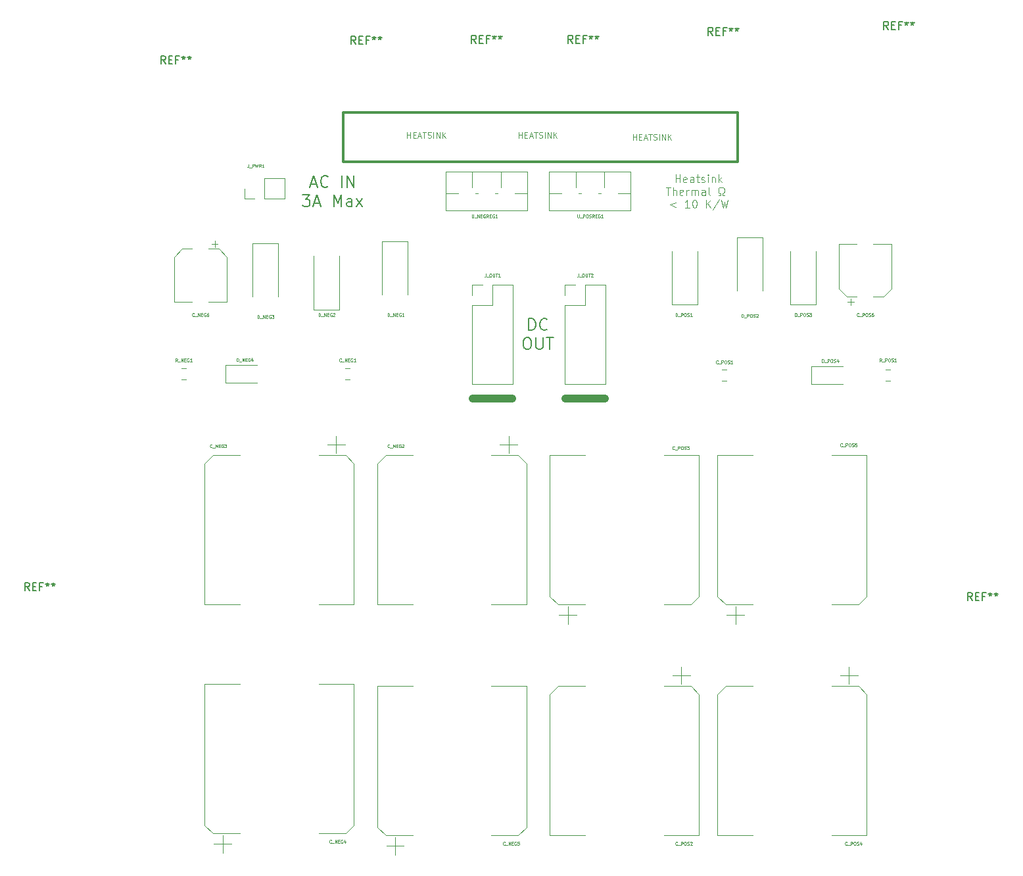
<source format=gbr>
G04 #@! TF.GenerationSoftware,KiCad,Pcbnew,(5.0.0-3-g5ebb6b6)*
G04 #@! TF.CreationDate,2019-01-11T00:48:24+00:00*
G04 #@! TF.ProjectId,AdjustablePSU,41646A75737461626C655053552E6B69,rev?*
G04 #@! TF.SameCoordinates,Original*
G04 #@! TF.FileFunction,Legend,Top*
G04 #@! TF.FilePolarity,Positive*
%FSLAX46Y46*%
G04 Gerber Fmt 4.6, Leading zero omitted, Abs format (unit mm)*
G04 Created by KiCad (PCBNEW (5.0.0-3-g5ebb6b6)) date Friday, 11 January 2019 at 00:48:24*
%MOMM*%
%LPD*%
G01*
G04 APERTURE LIST*
%ADD10C,0.125000*%
%ADD11C,0.100000*%
%ADD12C,0.200000*%
%ADD13C,0.300000*%
%ADD14C,1.000000*%
%ADD15C,0.120000*%
%ADD16C,0.075000*%
%ADD17C,0.150000*%
G04 APERTURE END LIST*
D10*
X166592619Y-65502380D02*
X166592619Y-64502380D01*
X166592619Y-64978571D02*
X167164047Y-64978571D01*
X167164047Y-65502380D02*
X167164047Y-64502380D01*
X168021190Y-65454761D02*
X167925952Y-65502380D01*
X167735476Y-65502380D01*
X167640238Y-65454761D01*
X167592619Y-65359523D01*
X167592619Y-64978571D01*
X167640238Y-64883333D01*
X167735476Y-64835714D01*
X167925952Y-64835714D01*
X168021190Y-64883333D01*
X168068809Y-64978571D01*
X168068809Y-65073809D01*
X167592619Y-65169047D01*
X168925952Y-65502380D02*
X168925952Y-64978571D01*
X168878333Y-64883333D01*
X168783095Y-64835714D01*
X168592619Y-64835714D01*
X168497380Y-64883333D01*
X168925952Y-65454761D02*
X168830714Y-65502380D01*
X168592619Y-65502380D01*
X168497380Y-65454761D01*
X168449761Y-65359523D01*
X168449761Y-65264285D01*
X168497380Y-65169047D01*
X168592619Y-65121428D01*
X168830714Y-65121428D01*
X168925952Y-65073809D01*
X169259285Y-64835714D02*
X169640238Y-64835714D01*
X169402142Y-64502380D02*
X169402142Y-65359523D01*
X169449761Y-65454761D01*
X169545000Y-65502380D01*
X169640238Y-65502380D01*
X169925952Y-65454761D02*
X170021190Y-65502380D01*
X170211666Y-65502380D01*
X170306904Y-65454761D01*
X170354523Y-65359523D01*
X170354523Y-65311904D01*
X170306904Y-65216666D01*
X170211666Y-65169047D01*
X170068809Y-65169047D01*
X169973571Y-65121428D01*
X169925952Y-65026190D01*
X169925952Y-64978571D01*
X169973571Y-64883333D01*
X170068809Y-64835714D01*
X170211666Y-64835714D01*
X170306904Y-64883333D01*
X170783095Y-65502380D02*
X170783095Y-64835714D01*
X170783095Y-64502380D02*
X170735476Y-64550000D01*
X170783095Y-64597619D01*
X170830714Y-64550000D01*
X170783095Y-64502380D01*
X170783095Y-64597619D01*
X171259285Y-64835714D02*
X171259285Y-65502380D01*
X171259285Y-64930952D02*
X171306904Y-64883333D01*
X171402142Y-64835714D01*
X171545000Y-64835714D01*
X171640238Y-64883333D01*
X171687857Y-64978571D01*
X171687857Y-65502380D01*
X172164047Y-65502380D02*
X172164047Y-64502380D01*
X172259285Y-65121428D02*
X172545000Y-65502380D01*
X172545000Y-64835714D02*
X172164047Y-65216666D01*
X165354523Y-66127380D02*
X165925952Y-66127380D01*
X165640238Y-67127380D02*
X165640238Y-66127380D01*
X166259285Y-67127380D02*
X166259285Y-66127380D01*
X166687857Y-67127380D02*
X166687857Y-66603571D01*
X166640238Y-66508333D01*
X166545000Y-66460714D01*
X166402142Y-66460714D01*
X166306904Y-66508333D01*
X166259285Y-66555952D01*
X167545000Y-67079761D02*
X167449761Y-67127380D01*
X167259285Y-67127380D01*
X167164047Y-67079761D01*
X167116428Y-66984523D01*
X167116428Y-66603571D01*
X167164047Y-66508333D01*
X167259285Y-66460714D01*
X167449761Y-66460714D01*
X167545000Y-66508333D01*
X167592619Y-66603571D01*
X167592619Y-66698809D01*
X167116428Y-66794047D01*
X168021190Y-67127380D02*
X168021190Y-66460714D01*
X168021190Y-66651190D02*
X168068809Y-66555952D01*
X168116428Y-66508333D01*
X168211666Y-66460714D01*
X168306904Y-66460714D01*
X168640238Y-67127380D02*
X168640238Y-66460714D01*
X168640238Y-66555952D02*
X168687857Y-66508333D01*
X168783095Y-66460714D01*
X168925952Y-66460714D01*
X169021190Y-66508333D01*
X169068809Y-66603571D01*
X169068809Y-67127380D01*
X169068809Y-66603571D02*
X169116428Y-66508333D01*
X169211666Y-66460714D01*
X169354523Y-66460714D01*
X169449761Y-66508333D01*
X169497380Y-66603571D01*
X169497380Y-67127380D01*
X170402142Y-67127380D02*
X170402142Y-66603571D01*
X170354523Y-66508333D01*
X170259285Y-66460714D01*
X170068809Y-66460714D01*
X169973571Y-66508333D01*
X170402142Y-67079761D02*
X170306904Y-67127380D01*
X170068809Y-67127380D01*
X169973571Y-67079761D01*
X169925952Y-66984523D01*
X169925952Y-66889285D01*
X169973571Y-66794047D01*
X170068809Y-66746428D01*
X170306904Y-66746428D01*
X170402142Y-66698809D01*
X171021190Y-67127380D02*
X170925952Y-67079761D01*
X170878333Y-66984523D01*
X170878333Y-66127380D01*
X172116428Y-67127380D02*
X172354523Y-67127380D01*
X172354523Y-66936904D01*
X172259285Y-66889285D01*
X172164047Y-66794047D01*
X172116428Y-66651190D01*
X172116428Y-66413095D01*
X172164047Y-66270238D01*
X172259285Y-66175000D01*
X172402142Y-66127380D01*
X172592619Y-66127380D01*
X172735476Y-66175000D01*
X172830714Y-66270238D01*
X172878333Y-66413095D01*
X172878333Y-66651190D01*
X172830714Y-66794047D01*
X172735476Y-66889285D01*
X172640238Y-66936904D01*
X172640238Y-67127380D01*
X172878333Y-67127380D01*
X166616428Y-68085714D02*
X165854523Y-68371428D01*
X166616428Y-68657142D01*
X168378333Y-68752380D02*
X167806904Y-68752380D01*
X168092619Y-68752380D02*
X168092619Y-67752380D01*
X167997380Y-67895238D01*
X167902142Y-67990476D01*
X167806904Y-68038095D01*
X168997380Y-67752380D02*
X169092619Y-67752380D01*
X169187857Y-67800000D01*
X169235476Y-67847619D01*
X169283095Y-67942857D01*
X169330714Y-68133333D01*
X169330714Y-68371428D01*
X169283095Y-68561904D01*
X169235476Y-68657142D01*
X169187857Y-68704761D01*
X169092619Y-68752380D01*
X168997380Y-68752380D01*
X168902142Y-68704761D01*
X168854523Y-68657142D01*
X168806904Y-68561904D01*
X168759285Y-68371428D01*
X168759285Y-68133333D01*
X168806904Y-67942857D01*
X168854523Y-67847619D01*
X168902142Y-67800000D01*
X168997380Y-67752380D01*
X170521190Y-68752380D02*
X170521190Y-67752380D01*
X171092619Y-68752380D02*
X170664047Y-68180952D01*
X171092619Y-67752380D02*
X170521190Y-68323809D01*
X172235476Y-67704761D02*
X171378333Y-68990476D01*
X172473571Y-67752380D02*
X172711666Y-68752380D01*
X172902142Y-68038095D01*
X173092619Y-68752380D01*
X173330714Y-67752380D01*
D11*
X161111714Y-60029285D02*
X161111714Y-59279285D01*
X161111714Y-59636428D02*
X161540285Y-59636428D01*
X161540285Y-60029285D02*
X161540285Y-59279285D01*
X161897428Y-59636428D02*
X162147428Y-59636428D01*
X162254571Y-60029285D02*
X161897428Y-60029285D01*
X161897428Y-59279285D01*
X162254571Y-59279285D01*
X162540285Y-59815000D02*
X162897428Y-59815000D01*
X162468857Y-60029285D02*
X162718857Y-59279285D01*
X162968857Y-60029285D01*
X163111714Y-59279285D02*
X163540285Y-59279285D01*
X163326000Y-60029285D02*
X163326000Y-59279285D01*
X163754571Y-59993571D02*
X163861714Y-60029285D01*
X164040285Y-60029285D01*
X164111714Y-59993571D01*
X164147428Y-59957857D01*
X164183142Y-59886428D01*
X164183142Y-59815000D01*
X164147428Y-59743571D01*
X164111714Y-59707857D01*
X164040285Y-59672142D01*
X163897428Y-59636428D01*
X163826000Y-59600714D01*
X163790285Y-59565000D01*
X163754571Y-59493571D01*
X163754571Y-59422142D01*
X163790285Y-59350714D01*
X163826000Y-59315000D01*
X163897428Y-59279285D01*
X164076000Y-59279285D01*
X164183142Y-59315000D01*
X164504571Y-60029285D02*
X164504571Y-59279285D01*
X164861714Y-60029285D02*
X164861714Y-59279285D01*
X165290285Y-60029285D01*
X165290285Y-59279285D01*
X165647428Y-60029285D02*
X165647428Y-59279285D01*
X166076000Y-60029285D02*
X165754571Y-59600714D01*
X166076000Y-59279285D02*
X165647428Y-59707857D01*
D12*
X119606571Y-65700000D02*
X120320857Y-65700000D01*
X119463714Y-66128571D02*
X119963714Y-64628571D01*
X120463714Y-66128571D01*
X121820857Y-65985714D02*
X121749428Y-66057142D01*
X121535142Y-66128571D01*
X121392285Y-66128571D01*
X121178000Y-66057142D01*
X121035142Y-65914285D01*
X120963714Y-65771428D01*
X120892285Y-65485714D01*
X120892285Y-65271428D01*
X120963714Y-64985714D01*
X121035142Y-64842857D01*
X121178000Y-64700000D01*
X121392285Y-64628571D01*
X121535142Y-64628571D01*
X121749428Y-64700000D01*
X121820857Y-64771428D01*
X123606571Y-66128571D02*
X123606571Y-64628571D01*
X124320857Y-66128571D02*
X124320857Y-64628571D01*
X125178000Y-66128571D01*
X125178000Y-64628571D01*
X118570857Y-67078571D02*
X119499428Y-67078571D01*
X118999428Y-67650000D01*
X119213714Y-67650000D01*
X119356571Y-67721428D01*
X119428000Y-67792857D01*
X119499428Y-67935714D01*
X119499428Y-68292857D01*
X119428000Y-68435714D01*
X119356571Y-68507142D01*
X119213714Y-68578571D01*
X118785142Y-68578571D01*
X118642285Y-68507142D01*
X118570857Y-68435714D01*
X120070857Y-68150000D02*
X120785142Y-68150000D01*
X119928000Y-68578571D02*
X120428000Y-67078571D01*
X120928000Y-68578571D01*
X122570857Y-68578571D02*
X122570857Y-67078571D01*
X123070857Y-68150000D01*
X123570857Y-67078571D01*
X123570857Y-68578571D01*
X124928000Y-68578571D02*
X124928000Y-67792857D01*
X124856571Y-67650000D01*
X124713714Y-67578571D01*
X124428000Y-67578571D01*
X124285142Y-67650000D01*
X124928000Y-68507142D02*
X124785142Y-68578571D01*
X124428000Y-68578571D01*
X124285142Y-68507142D01*
X124213714Y-68364285D01*
X124213714Y-68221428D01*
X124285142Y-68078571D01*
X124428000Y-68007142D01*
X124785142Y-68007142D01*
X124928000Y-67935714D01*
X125499428Y-68578571D02*
X126285142Y-67578571D01*
X125499428Y-67578571D02*
X126285142Y-68578571D01*
D13*
X174625000Y-56515000D02*
X174625000Y-62865000D01*
X123825000Y-56515000D02*
X123825000Y-62865000D01*
X174625000Y-56515000D02*
X123825000Y-56515000D01*
X174625000Y-62865000D02*
X123825000Y-62865000D01*
D12*
X147701142Y-84543571D02*
X147701142Y-83043571D01*
X148058285Y-83043571D01*
X148272571Y-83115000D01*
X148415428Y-83257857D01*
X148486857Y-83400714D01*
X148558285Y-83686428D01*
X148558285Y-83900714D01*
X148486857Y-84186428D01*
X148415428Y-84329285D01*
X148272571Y-84472142D01*
X148058285Y-84543571D01*
X147701142Y-84543571D01*
X150058285Y-84400714D02*
X149986857Y-84472142D01*
X149772571Y-84543571D01*
X149629714Y-84543571D01*
X149415428Y-84472142D01*
X149272571Y-84329285D01*
X149201142Y-84186428D01*
X149129714Y-83900714D01*
X149129714Y-83686428D01*
X149201142Y-83400714D01*
X149272571Y-83257857D01*
X149415428Y-83115000D01*
X149629714Y-83043571D01*
X149772571Y-83043571D01*
X149986857Y-83115000D01*
X150058285Y-83186428D01*
X147344000Y-85493571D02*
X147629714Y-85493571D01*
X147772571Y-85565000D01*
X147915428Y-85707857D01*
X147986857Y-85993571D01*
X147986857Y-86493571D01*
X147915428Y-86779285D01*
X147772571Y-86922142D01*
X147629714Y-86993571D01*
X147344000Y-86993571D01*
X147201142Y-86922142D01*
X147058285Y-86779285D01*
X146986857Y-86493571D01*
X146986857Y-85993571D01*
X147058285Y-85707857D01*
X147201142Y-85565000D01*
X147344000Y-85493571D01*
X148629714Y-85493571D02*
X148629714Y-86707857D01*
X148701142Y-86850714D01*
X148772571Y-86922142D01*
X148915428Y-86993571D01*
X149201142Y-86993571D01*
X149344000Y-86922142D01*
X149415428Y-86850714D01*
X149486857Y-86707857D01*
X149486857Y-85493571D01*
X149986857Y-85493571D02*
X150844000Y-85493571D01*
X150415428Y-86993571D02*
X150415428Y-85493571D01*
D14*
X152400000Y-93345000D02*
X157480000Y-93345000D01*
X140462000Y-93345000D02*
X145542000Y-93345000D01*
D11*
X146379714Y-59775285D02*
X146379714Y-59025285D01*
X146379714Y-59382428D02*
X146808285Y-59382428D01*
X146808285Y-59775285D02*
X146808285Y-59025285D01*
X147165428Y-59382428D02*
X147415428Y-59382428D01*
X147522571Y-59775285D02*
X147165428Y-59775285D01*
X147165428Y-59025285D01*
X147522571Y-59025285D01*
X147808285Y-59561000D02*
X148165428Y-59561000D01*
X147736857Y-59775285D02*
X147986857Y-59025285D01*
X148236857Y-59775285D01*
X148379714Y-59025285D02*
X148808285Y-59025285D01*
X148594000Y-59775285D02*
X148594000Y-59025285D01*
X149022571Y-59739571D02*
X149129714Y-59775285D01*
X149308285Y-59775285D01*
X149379714Y-59739571D01*
X149415428Y-59703857D01*
X149451142Y-59632428D01*
X149451142Y-59561000D01*
X149415428Y-59489571D01*
X149379714Y-59453857D01*
X149308285Y-59418142D01*
X149165428Y-59382428D01*
X149094000Y-59346714D01*
X149058285Y-59311000D01*
X149022571Y-59239571D01*
X149022571Y-59168142D01*
X149058285Y-59096714D01*
X149094000Y-59061000D01*
X149165428Y-59025285D01*
X149344000Y-59025285D01*
X149451142Y-59061000D01*
X149772571Y-59775285D02*
X149772571Y-59025285D01*
X150129714Y-59775285D02*
X150129714Y-59025285D01*
X150558285Y-59775285D01*
X150558285Y-59025285D01*
X150915428Y-59775285D02*
X150915428Y-59025285D01*
X151344000Y-59775285D02*
X151022571Y-59346714D01*
X151344000Y-59025285D02*
X150915428Y-59453857D01*
X132028714Y-59775285D02*
X132028714Y-59025285D01*
X132028714Y-59382428D02*
X132457285Y-59382428D01*
X132457285Y-59775285D02*
X132457285Y-59025285D01*
X132814428Y-59382428D02*
X133064428Y-59382428D01*
X133171571Y-59775285D02*
X132814428Y-59775285D01*
X132814428Y-59025285D01*
X133171571Y-59025285D01*
X133457285Y-59561000D02*
X133814428Y-59561000D01*
X133385857Y-59775285D02*
X133635857Y-59025285D01*
X133885857Y-59775285D01*
X134028714Y-59025285D02*
X134457285Y-59025285D01*
X134243000Y-59775285D02*
X134243000Y-59025285D01*
X134671571Y-59739571D02*
X134778714Y-59775285D01*
X134957285Y-59775285D01*
X135028714Y-59739571D01*
X135064428Y-59703857D01*
X135100142Y-59632428D01*
X135100142Y-59561000D01*
X135064428Y-59489571D01*
X135028714Y-59453857D01*
X134957285Y-59418142D01*
X134814428Y-59382428D01*
X134743000Y-59346714D01*
X134707285Y-59311000D01*
X134671571Y-59239571D01*
X134671571Y-59168142D01*
X134707285Y-59096714D01*
X134743000Y-59061000D01*
X134814428Y-59025285D01*
X134993000Y-59025285D01*
X135100142Y-59061000D01*
X135421571Y-59775285D02*
X135421571Y-59025285D01*
X135778714Y-59775285D02*
X135778714Y-59025285D01*
X136207285Y-59775285D01*
X136207285Y-59025285D01*
X136564428Y-59775285D02*
X136564428Y-59025285D01*
X136993000Y-59775285D02*
X136671571Y-59346714D01*
X136993000Y-59025285D02*
X136564428Y-59453857D01*
D15*
G04 #@! TO.C,U_POSREG1*
X150325000Y-64142000D02*
X160825000Y-64142000D01*
X150325000Y-69083000D02*
X160825000Y-69083000D01*
X150325000Y-64142000D02*
X150325000Y-69083000D01*
X160825000Y-64142000D02*
X160825000Y-69083000D01*
X150325000Y-66902000D02*
X151932000Y-66902000D01*
X154138000Y-66902000D02*
X154473000Y-66902000D01*
X156678000Y-66902000D02*
X157013000Y-66902000D01*
X159218000Y-66902000D02*
X160825000Y-66902000D01*
X153725000Y-64142000D02*
X153725000Y-66160000D01*
X157426000Y-64142000D02*
X157426000Y-66160000D01*
G04 #@! TO.C,J_OUT1*
X140402000Y-91500000D02*
X145602000Y-91500000D01*
X140402000Y-81280000D02*
X140402000Y-91500000D01*
X145602000Y-78680000D02*
X145602000Y-91500000D01*
X140402000Y-81280000D02*
X143002000Y-81280000D01*
X143002000Y-81280000D02*
X143002000Y-78680000D01*
X143002000Y-78680000D02*
X145602000Y-78680000D01*
X140402000Y-80010000D02*
X140402000Y-78680000D01*
X140402000Y-78680000D02*
X141732000Y-78680000D01*
G04 #@! TO.C,U_NEGREG1*
X144091000Y-64142000D02*
X144091000Y-66160000D01*
X140390000Y-64142000D02*
X140390000Y-66160000D01*
X145883000Y-66902000D02*
X147490000Y-66902000D01*
X143343000Y-66902000D02*
X143678000Y-66902000D01*
X140803000Y-66902000D02*
X141138000Y-66902000D01*
X136990000Y-66902000D02*
X138597000Y-66902000D01*
X147490000Y-64142000D02*
X147490000Y-69083000D01*
X136990000Y-64142000D02*
X136990000Y-69083000D01*
X136990000Y-69083000D02*
X147490000Y-69083000D01*
X136990000Y-64142000D02*
X147490000Y-64142000D01*
G04 #@! TO.C,J_OUT2*
X152340000Y-91500000D02*
X157540000Y-91500000D01*
X152340000Y-81280000D02*
X152340000Y-91500000D01*
X157540000Y-78680000D02*
X157540000Y-91500000D01*
X152340000Y-81280000D02*
X154940000Y-81280000D01*
X154940000Y-81280000D02*
X154940000Y-78680000D01*
X154940000Y-78680000D02*
X157540000Y-78680000D01*
X152340000Y-80010000D02*
X152340000Y-78680000D01*
X152340000Y-78680000D02*
X153670000Y-78680000D01*
G04 #@! TO.C,J_PWR1*
X116265000Y-67624000D02*
X116265000Y-64964000D01*
X113665000Y-67624000D02*
X116265000Y-67624000D01*
X113665000Y-64964000D02*
X116265000Y-64964000D01*
X113665000Y-67624000D02*
X113665000Y-64964000D01*
X112395000Y-67624000D02*
X111065000Y-67624000D01*
X111065000Y-67624000D02*
X111065000Y-66294000D01*
G04 #@! TO.C,C_NEG1*
X124594252Y-90880000D02*
X124071748Y-90880000D01*
X124594252Y-89460000D02*
X124071748Y-89460000D01*
G04 #@! TO.C,C_NEG2*
X128185000Y-119846000D02*
X132735000Y-119846000D01*
X147405000Y-119846000D02*
X142855000Y-119846000D01*
X147405000Y-101690437D02*
X147405000Y-119846000D01*
X128185000Y-101690437D02*
X128185000Y-119846000D01*
X129249437Y-100626000D02*
X132735000Y-100626000D01*
X146340563Y-100626000D02*
X142855000Y-100626000D01*
X146340563Y-100626000D02*
X147405000Y-101690437D01*
X129249437Y-100626000D02*
X128185000Y-101690437D01*
X145105000Y-98136000D02*
X145105000Y-100386000D01*
X146230000Y-99261000D02*
X143980000Y-99261000D01*
G04 #@! TO.C,C_NEG3*
X124005000Y-99261000D02*
X121755000Y-99261000D01*
X122880000Y-98136000D02*
X122880000Y-100386000D01*
X107024437Y-100626000D02*
X105960000Y-101690437D01*
X124115563Y-100626000D02*
X125180000Y-101690437D01*
X124115563Y-100626000D02*
X120630000Y-100626000D01*
X107024437Y-100626000D02*
X110510000Y-100626000D01*
X105960000Y-101690437D02*
X105960000Y-119846000D01*
X125180000Y-101690437D02*
X125180000Y-119846000D01*
X125180000Y-119846000D02*
X120630000Y-119846000D01*
X105960000Y-119846000D02*
X110510000Y-119846000D01*
G04 #@! TO.C,C_NEG4*
X125180000Y-130090000D02*
X120630000Y-130090000D01*
X105960000Y-130090000D02*
X110510000Y-130090000D01*
X105960000Y-148245563D02*
X105960000Y-130090000D01*
X125180000Y-148245563D02*
X125180000Y-130090000D01*
X124115563Y-149310000D02*
X120630000Y-149310000D01*
X107024437Y-149310000D02*
X110510000Y-149310000D01*
X107024437Y-149310000D02*
X105960000Y-148245563D01*
X124115563Y-149310000D02*
X125180000Y-148245563D01*
X108260000Y-151800000D02*
X108260000Y-149550000D01*
X107135000Y-150675000D02*
X109385000Y-150675000D01*
G04 #@! TO.C,C_NEG5*
X129360000Y-150929000D02*
X131610000Y-150929000D01*
X130485000Y-152054000D02*
X130485000Y-149804000D01*
X146340563Y-149564000D02*
X147405000Y-148499563D01*
X129249437Y-149564000D02*
X128185000Y-148499563D01*
X129249437Y-149564000D02*
X132735000Y-149564000D01*
X146340563Y-149564000D02*
X142855000Y-149564000D01*
X147405000Y-148499563D02*
X147405000Y-130344000D01*
X128185000Y-148499563D02*
X128185000Y-130344000D01*
X128185000Y-130344000D02*
X132735000Y-130344000D01*
X147405000Y-130344000D02*
X142855000Y-130344000D01*
G04 #@! TO.C,C_NEG6*
X107651250Y-73426250D02*
X106863750Y-73426250D01*
X107257500Y-73032500D02*
X107257500Y-73820000D01*
X103064437Y-74060000D02*
X102000000Y-75124437D01*
X107755563Y-74060000D02*
X108820000Y-75124437D01*
X107755563Y-74060000D02*
X106470000Y-74060000D01*
X103064437Y-74060000D02*
X104350000Y-74060000D01*
X102000000Y-75124437D02*
X102000000Y-80880000D01*
X108820000Y-75124437D02*
X108820000Y-80880000D01*
X108820000Y-80880000D02*
X106470000Y-80880000D01*
X102000000Y-80880000D02*
X104350000Y-80880000D01*
G04 #@! TO.C,C_POS1*
X172585748Y-91007000D02*
X173108252Y-91007000D01*
X172585748Y-89587000D02*
X173108252Y-89587000D01*
G04 #@! TO.C,C_POS2*
X168455000Y-128979000D02*
X166205000Y-128979000D01*
X167330000Y-127854000D02*
X167330000Y-130104000D01*
X151474437Y-130344000D02*
X150410000Y-131408437D01*
X168565563Y-130344000D02*
X169630000Y-131408437D01*
X168565563Y-130344000D02*
X165080000Y-130344000D01*
X151474437Y-130344000D02*
X154960000Y-130344000D01*
X150410000Y-131408437D02*
X150410000Y-149564000D01*
X169630000Y-131408437D02*
X169630000Y-149564000D01*
X169630000Y-149564000D02*
X165080000Y-149564000D01*
X150410000Y-149564000D02*
X154960000Y-149564000D01*
G04 #@! TO.C,C_POS3*
X169630000Y-100626000D02*
X165080000Y-100626000D01*
X150410000Y-100626000D02*
X154960000Y-100626000D01*
X150410000Y-118781563D02*
X150410000Y-100626000D01*
X169630000Y-118781563D02*
X169630000Y-100626000D01*
X168565563Y-119846000D02*
X165080000Y-119846000D01*
X151474437Y-119846000D02*
X154960000Y-119846000D01*
X151474437Y-119846000D02*
X150410000Y-118781563D01*
X168565563Y-119846000D02*
X169630000Y-118781563D01*
X152710000Y-122336000D02*
X152710000Y-120086000D01*
X151585000Y-121211000D02*
X153835000Y-121211000D01*
G04 #@! TO.C,C_POS4*
X190045000Y-128979000D02*
X187795000Y-128979000D01*
X188920000Y-127854000D02*
X188920000Y-130104000D01*
X173064437Y-130344000D02*
X172000000Y-131408437D01*
X190155563Y-130344000D02*
X191220000Y-131408437D01*
X190155563Y-130344000D02*
X186670000Y-130344000D01*
X173064437Y-130344000D02*
X176550000Y-130344000D01*
X172000000Y-131408437D02*
X172000000Y-149564000D01*
X191220000Y-131408437D02*
X191220000Y-149564000D01*
X191220000Y-149564000D02*
X186670000Y-149564000D01*
X172000000Y-149564000D02*
X176550000Y-149564000D01*
G04 #@! TO.C,C_POS5*
X191220000Y-100626000D02*
X186670000Y-100626000D01*
X172000000Y-100626000D02*
X176550000Y-100626000D01*
X172000000Y-118781563D02*
X172000000Y-100626000D01*
X191220000Y-118781563D02*
X191220000Y-100626000D01*
X190155563Y-119846000D02*
X186670000Y-119846000D01*
X173064437Y-119846000D02*
X176550000Y-119846000D01*
X173064437Y-119846000D02*
X172000000Y-118781563D01*
X190155563Y-119846000D02*
X191220000Y-118781563D01*
X174300000Y-122336000D02*
X174300000Y-120086000D01*
X173175000Y-121211000D02*
X175425000Y-121211000D01*
G04 #@! TO.C,C_POS6*
X194418000Y-73425000D02*
X192068000Y-73425000D01*
X187598000Y-73425000D02*
X189948000Y-73425000D01*
X187598000Y-79180563D02*
X187598000Y-73425000D01*
X194418000Y-79180563D02*
X194418000Y-73425000D01*
X193353563Y-80245000D02*
X192068000Y-80245000D01*
X188662437Y-80245000D02*
X189948000Y-80245000D01*
X188662437Y-80245000D02*
X187598000Y-79180563D01*
X193353563Y-80245000D02*
X194418000Y-79180563D01*
X189160500Y-81272500D02*
X189160500Y-80485000D01*
X188766750Y-80878750D02*
X189554250Y-80878750D01*
G04 #@! TO.C,D_NEG4*
X112725000Y-89035000D02*
X108665000Y-89035000D01*
X108665000Y-89035000D02*
X108665000Y-91305000D01*
X108665000Y-91305000D02*
X112725000Y-91305000D01*
G04 #@! TO.C,D_POS4*
X184039500Y-91432000D02*
X188099500Y-91432000D01*
X184039500Y-89162000D02*
X184039500Y-91432000D01*
X188099500Y-89162000D02*
X184039500Y-89162000D01*
G04 #@! TO.C,R_NEG1*
X102989748Y-89460000D02*
X103512252Y-89460000D01*
X102989748Y-90880000D02*
X103512252Y-90880000D01*
G04 #@! TO.C,R_POS1*
X194190252Y-89587000D02*
X193667748Y-89587000D01*
X194190252Y-91007000D02*
X193667748Y-91007000D01*
G04 #@! TO.C,D_NEG1*
X132079000Y-73070000D02*
X132079000Y-79970000D01*
X128779000Y-73070000D02*
X128779000Y-79970000D01*
X132079000Y-73070000D02*
X128779000Y-73070000D01*
G04 #@! TO.C,D_NEG2*
X120016000Y-81870000D02*
X123316000Y-81870000D01*
X123316000Y-81870000D02*
X123316000Y-74970000D01*
X120016000Y-81870000D02*
X120016000Y-74970000D01*
G04 #@! TO.C,D_NEG3*
X115442000Y-73324000D02*
X112142000Y-73324000D01*
X112142000Y-73324000D02*
X112142000Y-80224000D01*
X115442000Y-73324000D02*
X115442000Y-80224000D01*
G04 #@! TO.C,D_POS1*
X166117000Y-81235000D02*
X169417000Y-81235000D01*
X169417000Y-81235000D02*
X169417000Y-74335000D01*
X166117000Y-81235000D02*
X166117000Y-74335000D01*
G04 #@! TO.C,D_POS2*
X177799000Y-72562000D02*
X177799000Y-79462000D01*
X174499000Y-72562000D02*
X174499000Y-79462000D01*
X177799000Y-72562000D02*
X174499000Y-72562000D01*
G04 #@! TO.C,D_POS3*
X181357000Y-81235000D02*
X181357000Y-74335000D01*
X184657000Y-81235000D02*
X184657000Y-74335000D01*
X181357000Y-81235000D02*
X184657000Y-81235000D01*
G04 #@! TO.C,U_POSREG1*
D16*
X153936904Y-69630952D02*
X153936904Y-69954761D01*
X153955952Y-69992857D01*
X153975000Y-70011904D01*
X154013095Y-70030952D01*
X154089285Y-70030952D01*
X154127380Y-70011904D01*
X154146428Y-69992857D01*
X154165476Y-69954761D01*
X154165476Y-69630952D01*
X154260714Y-70069047D02*
X154565476Y-70069047D01*
X154660714Y-70030952D02*
X154660714Y-69630952D01*
X154813095Y-69630952D01*
X154851190Y-69650000D01*
X154870238Y-69669047D01*
X154889285Y-69707142D01*
X154889285Y-69764285D01*
X154870238Y-69802380D01*
X154851190Y-69821428D01*
X154813095Y-69840476D01*
X154660714Y-69840476D01*
X155136904Y-69630952D02*
X155213095Y-69630952D01*
X155251190Y-69650000D01*
X155289285Y-69688095D01*
X155308333Y-69764285D01*
X155308333Y-69897619D01*
X155289285Y-69973809D01*
X155251190Y-70011904D01*
X155213095Y-70030952D01*
X155136904Y-70030952D01*
X155098809Y-70011904D01*
X155060714Y-69973809D01*
X155041666Y-69897619D01*
X155041666Y-69764285D01*
X155060714Y-69688095D01*
X155098809Y-69650000D01*
X155136904Y-69630952D01*
X155460714Y-70011904D02*
X155517857Y-70030952D01*
X155613095Y-70030952D01*
X155651190Y-70011904D01*
X155670238Y-69992857D01*
X155689285Y-69954761D01*
X155689285Y-69916666D01*
X155670238Y-69878571D01*
X155651190Y-69859523D01*
X155613095Y-69840476D01*
X155536904Y-69821428D01*
X155498809Y-69802380D01*
X155479761Y-69783333D01*
X155460714Y-69745238D01*
X155460714Y-69707142D01*
X155479761Y-69669047D01*
X155498809Y-69650000D01*
X155536904Y-69630952D01*
X155632142Y-69630952D01*
X155689285Y-69650000D01*
X156089285Y-70030952D02*
X155955952Y-69840476D01*
X155860714Y-70030952D02*
X155860714Y-69630952D01*
X156013095Y-69630952D01*
X156051190Y-69650000D01*
X156070238Y-69669047D01*
X156089285Y-69707142D01*
X156089285Y-69764285D01*
X156070238Y-69802380D01*
X156051190Y-69821428D01*
X156013095Y-69840476D01*
X155860714Y-69840476D01*
X156260714Y-69821428D02*
X156394047Y-69821428D01*
X156451190Y-70030952D02*
X156260714Y-70030952D01*
X156260714Y-69630952D01*
X156451190Y-69630952D01*
X156832142Y-69650000D02*
X156794047Y-69630952D01*
X156736904Y-69630952D01*
X156679761Y-69650000D01*
X156641666Y-69688095D01*
X156622619Y-69726190D01*
X156603571Y-69802380D01*
X156603571Y-69859523D01*
X156622619Y-69935714D01*
X156641666Y-69973809D01*
X156679761Y-70011904D01*
X156736904Y-70030952D01*
X156775000Y-70030952D01*
X156832142Y-70011904D01*
X156851190Y-69992857D01*
X156851190Y-69859523D01*
X156775000Y-69859523D01*
X157232142Y-70030952D02*
X157003571Y-70030952D01*
X157117857Y-70030952D02*
X157117857Y-69630952D01*
X157079761Y-69688095D01*
X157041666Y-69726190D01*
X157003571Y-69745238D01*
G04 #@! TO.C,J_OUT1*
X142144857Y-77250952D02*
X142144857Y-77536666D01*
X142125809Y-77593809D01*
X142087714Y-77631904D01*
X142030571Y-77650952D01*
X141992476Y-77650952D01*
X142240095Y-77689047D02*
X142544857Y-77689047D01*
X142716285Y-77250952D02*
X142792476Y-77250952D01*
X142830571Y-77270000D01*
X142868666Y-77308095D01*
X142887714Y-77384285D01*
X142887714Y-77517619D01*
X142868666Y-77593809D01*
X142830571Y-77631904D01*
X142792476Y-77650952D01*
X142716285Y-77650952D01*
X142678190Y-77631904D01*
X142640095Y-77593809D01*
X142621047Y-77517619D01*
X142621047Y-77384285D01*
X142640095Y-77308095D01*
X142678190Y-77270000D01*
X142716285Y-77250952D01*
X143059142Y-77250952D02*
X143059142Y-77574761D01*
X143078190Y-77612857D01*
X143097238Y-77631904D01*
X143135333Y-77650952D01*
X143211523Y-77650952D01*
X143249619Y-77631904D01*
X143268666Y-77612857D01*
X143287714Y-77574761D01*
X143287714Y-77250952D01*
X143421047Y-77250952D02*
X143649619Y-77250952D01*
X143535333Y-77650952D02*
X143535333Y-77250952D01*
X143992476Y-77650952D02*
X143763904Y-77650952D01*
X143878190Y-77650952D02*
X143878190Y-77250952D01*
X143840095Y-77308095D01*
X143802000Y-77346190D01*
X143763904Y-77365238D01*
G04 #@! TO.C,U_NEGREG1*
X140357428Y-69630952D02*
X140357428Y-69954761D01*
X140376476Y-69992857D01*
X140395523Y-70011904D01*
X140433619Y-70030952D01*
X140509809Y-70030952D01*
X140547904Y-70011904D01*
X140566952Y-69992857D01*
X140586000Y-69954761D01*
X140586000Y-69630952D01*
X140681238Y-70069047D02*
X140986000Y-70069047D01*
X141081238Y-70030952D02*
X141081238Y-69630952D01*
X141309809Y-70030952D01*
X141309809Y-69630952D01*
X141500285Y-69821428D02*
X141633619Y-69821428D01*
X141690761Y-70030952D02*
X141500285Y-70030952D01*
X141500285Y-69630952D01*
X141690761Y-69630952D01*
X142071714Y-69650000D02*
X142033619Y-69630952D01*
X141976476Y-69630952D01*
X141919333Y-69650000D01*
X141881238Y-69688095D01*
X141862190Y-69726190D01*
X141843142Y-69802380D01*
X141843142Y-69859523D01*
X141862190Y-69935714D01*
X141881238Y-69973809D01*
X141919333Y-70011904D01*
X141976476Y-70030952D01*
X142014571Y-70030952D01*
X142071714Y-70011904D01*
X142090761Y-69992857D01*
X142090761Y-69859523D01*
X142014571Y-69859523D01*
X142490761Y-70030952D02*
X142357428Y-69840476D01*
X142262190Y-70030952D02*
X142262190Y-69630952D01*
X142414571Y-69630952D01*
X142452666Y-69650000D01*
X142471714Y-69669047D01*
X142490761Y-69707142D01*
X142490761Y-69764285D01*
X142471714Y-69802380D01*
X142452666Y-69821428D01*
X142414571Y-69840476D01*
X142262190Y-69840476D01*
X142662190Y-69821428D02*
X142795523Y-69821428D01*
X142852666Y-70030952D02*
X142662190Y-70030952D01*
X142662190Y-69630952D01*
X142852666Y-69630952D01*
X143233619Y-69650000D02*
X143195523Y-69630952D01*
X143138380Y-69630952D01*
X143081238Y-69650000D01*
X143043142Y-69688095D01*
X143024095Y-69726190D01*
X143005047Y-69802380D01*
X143005047Y-69859523D01*
X143024095Y-69935714D01*
X143043142Y-69973809D01*
X143081238Y-70011904D01*
X143138380Y-70030952D01*
X143176476Y-70030952D01*
X143233619Y-70011904D01*
X143252666Y-69992857D01*
X143252666Y-69859523D01*
X143176476Y-69859523D01*
X143633619Y-70030952D02*
X143405047Y-70030952D01*
X143519333Y-70030952D02*
X143519333Y-69630952D01*
X143481238Y-69688095D01*
X143443142Y-69726190D01*
X143405047Y-69745238D01*
G04 #@! TO.C,J_OUT2*
X154082857Y-77250952D02*
X154082857Y-77536666D01*
X154063809Y-77593809D01*
X154025714Y-77631904D01*
X153968571Y-77650952D01*
X153930476Y-77650952D01*
X154178095Y-77689047D02*
X154482857Y-77689047D01*
X154654285Y-77250952D02*
X154730476Y-77250952D01*
X154768571Y-77270000D01*
X154806666Y-77308095D01*
X154825714Y-77384285D01*
X154825714Y-77517619D01*
X154806666Y-77593809D01*
X154768571Y-77631904D01*
X154730476Y-77650952D01*
X154654285Y-77650952D01*
X154616190Y-77631904D01*
X154578095Y-77593809D01*
X154559047Y-77517619D01*
X154559047Y-77384285D01*
X154578095Y-77308095D01*
X154616190Y-77270000D01*
X154654285Y-77250952D01*
X154997142Y-77250952D02*
X154997142Y-77574761D01*
X155016190Y-77612857D01*
X155035238Y-77631904D01*
X155073333Y-77650952D01*
X155149523Y-77650952D01*
X155187619Y-77631904D01*
X155206666Y-77612857D01*
X155225714Y-77574761D01*
X155225714Y-77250952D01*
X155359047Y-77250952D02*
X155587619Y-77250952D01*
X155473333Y-77650952D02*
X155473333Y-77250952D01*
X155701904Y-77289047D02*
X155720952Y-77270000D01*
X155759047Y-77250952D01*
X155854285Y-77250952D01*
X155892380Y-77270000D01*
X155911428Y-77289047D01*
X155930476Y-77327142D01*
X155930476Y-77365238D01*
X155911428Y-77422380D01*
X155682857Y-77650952D01*
X155930476Y-77650952D01*
G04 #@! TO.C,J_PWR1*
X111607714Y-63153952D02*
X111607714Y-63439666D01*
X111588666Y-63496809D01*
X111550571Y-63534904D01*
X111493428Y-63553952D01*
X111455333Y-63553952D01*
X111702952Y-63592047D02*
X112007714Y-63592047D01*
X112102952Y-63553952D02*
X112102952Y-63153952D01*
X112255333Y-63153952D01*
X112293428Y-63173000D01*
X112312476Y-63192047D01*
X112331523Y-63230142D01*
X112331523Y-63287285D01*
X112312476Y-63325380D01*
X112293428Y-63344428D01*
X112255333Y-63363476D01*
X112102952Y-63363476D01*
X112464857Y-63153952D02*
X112560095Y-63553952D01*
X112636285Y-63268238D01*
X112712476Y-63553952D01*
X112807714Y-63153952D01*
X113188666Y-63553952D02*
X113055333Y-63363476D01*
X112960095Y-63553952D02*
X112960095Y-63153952D01*
X113112476Y-63153952D01*
X113150571Y-63173000D01*
X113169619Y-63192047D01*
X113188666Y-63230142D01*
X113188666Y-63287285D01*
X113169619Y-63325380D01*
X113150571Y-63344428D01*
X113112476Y-63363476D01*
X112960095Y-63363476D01*
X113569619Y-63553952D02*
X113341047Y-63553952D01*
X113455333Y-63553952D02*
X113455333Y-63153952D01*
X113417238Y-63211095D01*
X113379142Y-63249190D01*
X113341047Y-63268238D01*
G04 #@! TO.C,C_NEG1*
X123523476Y-88534857D02*
X123504428Y-88553904D01*
X123447285Y-88572952D01*
X123409190Y-88572952D01*
X123352047Y-88553904D01*
X123313952Y-88515809D01*
X123294904Y-88477714D01*
X123275857Y-88401523D01*
X123275857Y-88344380D01*
X123294904Y-88268190D01*
X123313952Y-88230095D01*
X123352047Y-88192000D01*
X123409190Y-88172952D01*
X123447285Y-88172952D01*
X123504428Y-88192000D01*
X123523476Y-88211047D01*
X123599666Y-88611047D02*
X123904428Y-88611047D01*
X123999666Y-88572952D02*
X123999666Y-88172952D01*
X124228238Y-88572952D01*
X124228238Y-88172952D01*
X124418714Y-88363428D02*
X124552047Y-88363428D01*
X124609190Y-88572952D02*
X124418714Y-88572952D01*
X124418714Y-88172952D01*
X124609190Y-88172952D01*
X124990142Y-88192000D02*
X124952047Y-88172952D01*
X124894904Y-88172952D01*
X124837761Y-88192000D01*
X124799666Y-88230095D01*
X124780619Y-88268190D01*
X124761571Y-88344380D01*
X124761571Y-88401523D01*
X124780619Y-88477714D01*
X124799666Y-88515809D01*
X124837761Y-88553904D01*
X124894904Y-88572952D01*
X124933000Y-88572952D01*
X124990142Y-88553904D01*
X125009190Y-88534857D01*
X125009190Y-88401523D01*
X124933000Y-88401523D01*
X125390142Y-88572952D02*
X125161571Y-88572952D01*
X125275857Y-88572952D02*
X125275857Y-88172952D01*
X125237761Y-88230095D01*
X125199666Y-88268190D01*
X125161571Y-88287238D01*
G04 #@! TO.C,C_NEG2*
X129746476Y-99583857D02*
X129727428Y-99602904D01*
X129670285Y-99621952D01*
X129632190Y-99621952D01*
X129575047Y-99602904D01*
X129536952Y-99564809D01*
X129517904Y-99526714D01*
X129498857Y-99450523D01*
X129498857Y-99393380D01*
X129517904Y-99317190D01*
X129536952Y-99279095D01*
X129575047Y-99241000D01*
X129632190Y-99221952D01*
X129670285Y-99221952D01*
X129727428Y-99241000D01*
X129746476Y-99260047D01*
X129822666Y-99660047D02*
X130127428Y-99660047D01*
X130222666Y-99621952D02*
X130222666Y-99221952D01*
X130451238Y-99621952D01*
X130451238Y-99221952D01*
X130641714Y-99412428D02*
X130775047Y-99412428D01*
X130832190Y-99621952D02*
X130641714Y-99621952D01*
X130641714Y-99221952D01*
X130832190Y-99221952D01*
X131213142Y-99241000D02*
X131175047Y-99221952D01*
X131117904Y-99221952D01*
X131060761Y-99241000D01*
X131022666Y-99279095D01*
X131003619Y-99317190D01*
X130984571Y-99393380D01*
X130984571Y-99450523D01*
X131003619Y-99526714D01*
X131022666Y-99564809D01*
X131060761Y-99602904D01*
X131117904Y-99621952D01*
X131156000Y-99621952D01*
X131213142Y-99602904D01*
X131232190Y-99583857D01*
X131232190Y-99450523D01*
X131156000Y-99450523D01*
X131384571Y-99260047D02*
X131403619Y-99241000D01*
X131441714Y-99221952D01*
X131536952Y-99221952D01*
X131575047Y-99241000D01*
X131594095Y-99260047D01*
X131613142Y-99298142D01*
X131613142Y-99336238D01*
X131594095Y-99393380D01*
X131365523Y-99621952D01*
X131613142Y-99621952D01*
G04 #@! TO.C,C_NEG3*
X106886476Y-99583857D02*
X106867428Y-99602904D01*
X106810285Y-99621952D01*
X106772190Y-99621952D01*
X106715047Y-99602904D01*
X106676952Y-99564809D01*
X106657904Y-99526714D01*
X106638857Y-99450523D01*
X106638857Y-99393380D01*
X106657904Y-99317190D01*
X106676952Y-99279095D01*
X106715047Y-99241000D01*
X106772190Y-99221952D01*
X106810285Y-99221952D01*
X106867428Y-99241000D01*
X106886476Y-99260047D01*
X106962666Y-99660047D02*
X107267428Y-99660047D01*
X107362666Y-99621952D02*
X107362666Y-99221952D01*
X107591238Y-99621952D01*
X107591238Y-99221952D01*
X107781714Y-99412428D02*
X107915047Y-99412428D01*
X107972190Y-99621952D02*
X107781714Y-99621952D01*
X107781714Y-99221952D01*
X107972190Y-99221952D01*
X108353142Y-99241000D02*
X108315047Y-99221952D01*
X108257904Y-99221952D01*
X108200761Y-99241000D01*
X108162666Y-99279095D01*
X108143619Y-99317190D01*
X108124571Y-99393380D01*
X108124571Y-99450523D01*
X108143619Y-99526714D01*
X108162666Y-99564809D01*
X108200761Y-99602904D01*
X108257904Y-99621952D01*
X108296000Y-99621952D01*
X108353142Y-99602904D01*
X108372190Y-99583857D01*
X108372190Y-99450523D01*
X108296000Y-99450523D01*
X108505523Y-99221952D02*
X108753142Y-99221952D01*
X108619809Y-99374333D01*
X108676952Y-99374333D01*
X108715047Y-99393380D01*
X108734095Y-99412428D01*
X108753142Y-99450523D01*
X108753142Y-99545761D01*
X108734095Y-99583857D01*
X108715047Y-99602904D01*
X108676952Y-99621952D01*
X108562666Y-99621952D01*
X108524571Y-99602904D01*
X108505523Y-99583857D01*
G04 #@! TO.C,C_NEG4*
X122253476Y-150510857D02*
X122234428Y-150529904D01*
X122177285Y-150548952D01*
X122139190Y-150548952D01*
X122082047Y-150529904D01*
X122043952Y-150491809D01*
X122024904Y-150453714D01*
X122005857Y-150377523D01*
X122005857Y-150320380D01*
X122024904Y-150244190D01*
X122043952Y-150206095D01*
X122082047Y-150168000D01*
X122139190Y-150148952D01*
X122177285Y-150148952D01*
X122234428Y-150168000D01*
X122253476Y-150187047D01*
X122329666Y-150587047D02*
X122634428Y-150587047D01*
X122729666Y-150548952D02*
X122729666Y-150148952D01*
X122958238Y-150548952D01*
X122958238Y-150148952D01*
X123148714Y-150339428D02*
X123282047Y-150339428D01*
X123339190Y-150548952D02*
X123148714Y-150548952D01*
X123148714Y-150148952D01*
X123339190Y-150148952D01*
X123720142Y-150168000D02*
X123682047Y-150148952D01*
X123624904Y-150148952D01*
X123567761Y-150168000D01*
X123529666Y-150206095D01*
X123510619Y-150244190D01*
X123491571Y-150320380D01*
X123491571Y-150377523D01*
X123510619Y-150453714D01*
X123529666Y-150491809D01*
X123567761Y-150529904D01*
X123624904Y-150548952D01*
X123663000Y-150548952D01*
X123720142Y-150529904D01*
X123739190Y-150510857D01*
X123739190Y-150377523D01*
X123663000Y-150377523D01*
X124082047Y-150282285D02*
X124082047Y-150548952D01*
X123986809Y-150129904D02*
X123891571Y-150415619D01*
X124139190Y-150415619D01*
G04 #@! TO.C,C_NEG5*
X144605476Y-150764857D02*
X144586428Y-150783904D01*
X144529285Y-150802952D01*
X144491190Y-150802952D01*
X144434047Y-150783904D01*
X144395952Y-150745809D01*
X144376904Y-150707714D01*
X144357857Y-150631523D01*
X144357857Y-150574380D01*
X144376904Y-150498190D01*
X144395952Y-150460095D01*
X144434047Y-150422000D01*
X144491190Y-150402952D01*
X144529285Y-150402952D01*
X144586428Y-150422000D01*
X144605476Y-150441047D01*
X144681666Y-150841047D02*
X144986428Y-150841047D01*
X145081666Y-150802952D02*
X145081666Y-150402952D01*
X145310238Y-150802952D01*
X145310238Y-150402952D01*
X145500714Y-150593428D02*
X145634047Y-150593428D01*
X145691190Y-150802952D02*
X145500714Y-150802952D01*
X145500714Y-150402952D01*
X145691190Y-150402952D01*
X146072142Y-150422000D02*
X146034047Y-150402952D01*
X145976904Y-150402952D01*
X145919761Y-150422000D01*
X145881666Y-150460095D01*
X145862619Y-150498190D01*
X145843571Y-150574380D01*
X145843571Y-150631523D01*
X145862619Y-150707714D01*
X145881666Y-150745809D01*
X145919761Y-150783904D01*
X145976904Y-150802952D01*
X146015000Y-150802952D01*
X146072142Y-150783904D01*
X146091190Y-150764857D01*
X146091190Y-150631523D01*
X146015000Y-150631523D01*
X146453095Y-150402952D02*
X146262619Y-150402952D01*
X146243571Y-150593428D01*
X146262619Y-150574380D01*
X146300714Y-150555333D01*
X146395952Y-150555333D01*
X146434047Y-150574380D01*
X146453095Y-150593428D01*
X146472142Y-150631523D01*
X146472142Y-150726761D01*
X146453095Y-150764857D01*
X146434047Y-150783904D01*
X146395952Y-150802952D01*
X146300714Y-150802952D01*
X146262619Y-150783904D01*
X146243571Y-150764857D01*
G04 #@! TO.C,C_NEG6*
X104600476Y-82692857D02*
X104581428Y-82711904D01*
X104524285Y-82730952D01*
X104486190Y-82730952D01*
X104429047Y-82711904D01*
X104390952Y-82673809D01*
X104371904Y-82635714D01*
X104352857Y-82559523D01*
X104352857Y-82502380D01*
X104371904Y-82426190D01*
X104390952Y-82388095D01*
X104429047Y-82350000D01*
X104486190Y-82330952D01*
X104524285Y-82330952D01*
X104581428Y-82350000D01*
X104600476Y-82369047D01*
X104676666Y-82769047D02*
X104981428Y-82769047D01*
X105076666Y-82730952D02*
X105076666Y-82330952D01*
X105305238Y-82730952D01*
X105305238Y-82330952D01*
X105495714Y-82521428D02*
X105629047Y-82521428D01*
X105686190Y-82730952D02*
X105495714Y-82730952D01*
X105495714Y-82330952D01*
X105686190Y-82330952D01*
X106067142Y-82350000D02*
X106029047Y-82330952D01*
X105971904Y-82330952D01*
X105914761Y-82350000D01*
X105876666Y-82388095D01*
X105857619Y-82426190D01*
X105838571Y-82502380D01*
X105838571Y-82559523D01*
X105857619Y-82635714D01*
X105876666Y-82673809D01*
X105914761Y-82711904D01*
X105971904Y-82730952D01*
X106010000Y-82730952D01*
X106067142Y-82711904D01*
X106086190Y-82692857D01*
X106086190Y-82559523D01*
X106010000Y-82559523D01*
X106429047Y-82330952D02*
X106352857Y-82330952D01*
X106314761Y-82350000D01*
X106295714Y-82369047D01*
X106257619Y-82426190D01*
X106238571Y-82502380D01*
X106238571Y-82654761D01*
X106257619Y-82692857D01*
X106276666Y-82711904D01*
X106314761Y-82730952D01*
X106390952Y-82730952D01*
X106429047Y-82711904D01*
X106448095Y-82692857D01*
X106467142Y-82654761D01*
X106467142Y-82559523D01*
X106448095Y-82521428D01*
X106429047Y-82502380D01*
X106390952Y-82483333D01*
X106314761Y-82483333D01*
X106276666Y-82502380D01*
X106257619Y-82521428D01*
X106238571Y-82559523D01*
G04 #@! TO.C,C_POS1*
X172027952Y-88789857D02*
X172008904Y-88808904D01*
X171951761Y-88827952D01*
X171913666Y-88827952D01*
X171856523Y-88808904D01*
X171818428Y-88770809D01*
X171799380Y-88732714D01*
X171780333Y-88656523D01*
X171780333Y-88599380D01*
X171799380Y-88523190D01*
X171818428Y-88485095D01*
X171856523Y-88447000D01*
X171913666Y-88427952D01*
X171951761Y-88427952D01*
X172008904Y-88447000D01*
X172027952Y-88466047D01*
X172104142Y-88866047D02*
X172408904Y-88866047D01*
X172504142Y-88827952D02*
X172504142Y-88427952D01*
X172656523Y-88427952D01*
X172694619Y-88447000D01*
X172713666Y-88466047D01*
X172732714Y-88504142D01*
X172732714Y-88561285D01*
X172713666Y-88599380D01*
X172694619Y-88618428D01*
X172656523Y-88637476D01*
X172504142Y-88637476D01*
X172980333Y-88427952D02*
X173056523Y-88427952D01*
X173094619Y-88447000D01*
X173132714Y-88485095D01*
X173151761Y-88561285D01*
X173151761Y-88694619D01*
X173132714Y-88770809D01*
X173094619Y-88808904D01*
X173056523Y-88827952D01*
X172980333Y-88827952D01*
X172942238Y-88808904D01*
X172904142Y-88770809D01*
X172885095Y-88694619D01*
X172885095Y-88561285D01*
X172904142Y-88485095D01*
X172942238Y-88447000D01*
X172980333Y-88427952D01*
X173304142Y-88808904D02*
X173361285Y-88827952D01*
X173456523Y-88827952D01*
X173494619Y-88808904D01*
X173513666Y-88789857D01*
X173532714Y-88751761D01*
X173532714Y-88713666D01*
X173513666Y-88675571D01*
X173494619Y-88656523D01*
X173456523Y-88637476D01*
X173380333Y-88618428D01*
X173342238Y-88599380D01*
X173323190Y-88580333D01*
X173304142Y-88542238D01*
X173304142Y-88504142D01*
X173323190Y-88466047D01*
X173342238Y-88447000D01*
X173380333Y-88427952D01*
X173475571Y-88427952D01*
X173532714Y-88447000D01*
X173913666Y-88827952D02*
X173685095Y-88827952D01*
X173799380Y-88827952D02*
X173799380Y-88427952D01*
X173761285Y-88485095D01*
X173723190Y-88523190D01*
X173685095Y-88542238D01*
G04 #@! TO.C,C_POS2*
X166820952Y-150764857D02*
X166801904Y-150783904D01*
X166744761Y-150802952D01*
X166706666Y-150802952D01*
X166649523Y-150783904D01*
X166611428Y-150745809D01*
X166592380Y-150707714D01*
X166573333Y-150631523D01*
X166573333Y-150574380D01*
X166592380Y-150498190D01*
X166611428Y-150460095D01*
X166649523Y-150422000D01*
X166706666Y-150402952D01*
X166744761Y-150402952D01*
X166801904Y-150422000D01*
X166820952Y-150441047D01*
X166897142Y-150841047D02*
X167201904Y-150841047D01*
X167297142Y-150802952D02*
X167297142Y-150402952D01*
X167449523Y-150402952D01*
X167487619Y-150422000D01*
X167506666Y-150441047D01*
X167525714Y-150479142D01*
X167525714Y-150536285D01*
X167506666Y-150574380D01*
X167487619Y-150593428D01*
X167449523Y-150612476D01*
X167297142Y-150612476D01*
X167773333Y-150402952D02*
X167849523Y-150402952D01*
X167887619Y-150422000D01*
X167925714Y-150460095D01*
X167944761Y-150536285D01*
X167944761Y-150669619D01*
X167925714Y-150745809D01*
X167887619Y-150783904D01*
X167849523Y-150802952D01*
X167773333Y-150802952D01*
X167735238Y-150783904D01*
X167697142Y-150745809D01*
X167678095Y-150669619D01*
X167678095Y-150536285D01*
X167697142Y-150460095D01*
X167735238Y-150422000D01*
X167773333Y-150402952D01*
X168097142Y-150783904D02*
X168154285Y-150802952D01*
X168249523Y-150802952D01*
X168287619Y-150783904D01*
X168306666Y-150764857D01*
X168325714Y-150726761D01*
X168325714Y-150688666D01*
X168306666Y-150650571D01*
X168287619Y-150631523D01*
X168249523Y-150612476D01*
X168173333Y-150593428D01*
X168135238Y-150574380D01*
X168116190Y-150555333D01*
X168097142Y-150517238D01*
X168097142Y-150479142D01*
X168116190Y-150441047D01*
X168135238Y-150422000D01*
X168173333Y-150402952D01*
X168268571Y-150402952D01*
X168325714Y-150422000D01*
X168478095Y-150441047D02*
X168497142Y-150422000D01*
X168535238Y-150402952D01*
X168630476Y-150402952D01*
X168668571Y-150422000D01*
X168687619Y-150441047D01*
X168706666Y-150479142D01*
X168706666Y-150517238D01*
X168687619Y-150574380D01*
X168459047Y-150802952D01*
X168706666Y-150802952D01*
G04 #@! TO.C,C_POS3*
X166439952Y-99837857D02*
X166420904Y-99856904D01*
X166363761Y-99875952D01*
X166325666Y-99875952D01*
X166268523Y-99856904D01*
X166230428Y-99818809D01*
X166211380Y-99780714D01*
X166192333Y-99704523D01*
X166192333Y-99647380D01*
X166211380Y-99571190D01*
X166230428Y-99533095D01*
X166268523Y-99495000D01*
X166325666Y-99475952D01*
X166363761Y-99475952D01*
X166420904Y-99495000D01*
X166439952Y-99514047D01*
X166516142Y-99914047D02*
X166820904Y-99914047D01*
X166916142Y-99875952D02*
X166916142Y-99475952D01*
X167068523Y-99475952D01*
X167106619Y-99495000D01*
X167125666Y-99514047D01*
X167144714Y-99552142D01*
X167144714Y-99609285D01*
X167125666Y-99647380D01*
X167106619Y-99666428D01*
X167068523Y-99685476D01*
X166916142Y-99685476D01*
X167392333Y-99475952D02*
X167468523Y-99475952D01*
X167506619Y-99495000D01*
X167544714Y-99533095D01*
X167563761Y-99609285D01*
X167563761Y-99742619D01*
X167544714Y-99818809D01*
X167506619Y-99856904D01*
X167468523Y-99875952D01*
X167392333Y-99875952D01*
X167354238Y-99856904D01*
X167316142Y-99818809D01*
X167297095Y-99742619D01*
X167297095Y-99609285D01*
X167316142Y-99533095D01*
X167354238Y-99495000D01*
X167392333Y-99475952D01*
X167716142Y-99856904D02*
X167773285Y-99875952D01*
X167868523Y-99875952D01*
X167906619Y-99856904D01*
X167925666Y-99837857D01*
X167944714Y-99799761D01*
X167944714Y-99761666D01*
X167925666Y-99723571D01*
X167906619Y-99704523D01*
X167868523Y-99685476D01*
X167792333Y-99666428D01*
X167754238Y-99647380D01*
X167735190Y-99628333D01*
X167716142Y-99590238D01*
X167716142Y-99552142D01*
X167735190Y-99514047D01*
X167754238Y-99495000D01*
X167792333Y-99475952D01*
X167887571Y-99475952D01*
X167944714Y-99495000D01*
X168078047Y-99475952D02*
X168325666Y-99475952D01*
X168192333Y-99628333D01*
X168249476Y-99628333D01*
X168287571Y-99647380D01*
X168306619Y-99666428D01*
X168325666Y-99704523D01*
X168325666Y-99799761D01*
X168306619Y-99837857D01*
X168287571Y-99856904D01*
X168249476Y-99875952D01*
X168135190Y-99875952D01*
X168097095Y-99856904D01*
X168078047Y-99837857D01*
G04 #@! TO.C,C_POS4*
X188664952Y-150764857D02*
X188645904Y-150783904D01*
X188588761Y-150802952D01*
X188550666Y-150802952D01*
X188493523Y-150783904D01*
X188455428Y-150745809D01*
X188436380Y-150707714D01*
X188417333Y-150631523D01*
X188417333Y-150574380D01*
X188436380Y-150498190D01*
X188455428Y-150460095D01*
X188493523Y-150422000D01*
X188550666Y-150402952D01*
X188588761Y-150402952D01*
X188645904Y-150422000D01*
X188664952Y-150441047D01*
X188741142Y-150841047D02*
X189045904Y-150841047D01*
X189141142Y-150802952D02*
X189141142Y-150402952D01*
X189293523Y-150402952D01*
X189331619Y-150422000D01*
X189350666Y-150441047D01*
X189369714Y-150479142D01*
X189369714Y-150536285D01*
X189350666Y-150574380D01*
X189331619Y-150593428D01*
X189293523Y-150612476D01*
X189141142Y-150612476D01*
X189617333Y-150402952D02*
X189693523Y-150402952D01*
X189731619Y-150422000D01*
X189769714Y-150460095D01*
X189788761Y-150536285D01*
X189788761Y-150669619D01*
X189769714Y-150745809D01*
X189731619Y-150783904D01*
X189693523Y-150802952D01*
X189617333Y-150802952D01*
X189579238Y-150783904D01*
X189541142Y-150745809D01*
X189522095Y-150669619D01*
X189522095Y-150536285D01*
X189541142Y-150460095D01*
X189579238Y-150422000D01*
X189617333Y-150402952D01*
X189941142Y-150783904D02*
X189998285Y-150802952D01*
X190093523Y-150802952D01*
X190131619Y-150783904D01*
X190150666Y-150764857D01*
X190169714Y-150726761D01*
X190169714Y-150688666D01*
X190150666Y-150650571D01*
X190131619Y-150631523D01*
X190093523Y-150612476D01*
X190017333Y-150593428D01*
X189979238Y-150574380D01*
X189960190Y-150555333D01*
X189941142Y-150517238D01*
X189941142Y-150479142D01*
X189960190Y-150441047D01*
X189979238Y-150422000D01*
X190017333Y-150402952D01*
X190112571Y-150402952D01*
X190169714Y-150422000D01*
X190512571Y-150536285D02*
X190512571Y-150802952D01*
X190417333Y-150383904D02*
X190322095Y-150669619D01*
X190569714Y-150669619D01*
G04 #@! TO.C,C_POS5*
X188029952Y-99456857D02*
X188010904Y-99475904D01*
X187953761Y-99494952D01*
X187915666Y-99494952D01*
X187858523Y-99475904D01*
X187820428Y-99437809D01*
X187801380Y-99399714D01*
X187782333Y-99323523D01*
X187782333Y-99266380D01*
X187801380Y-99190190D01*
X187820428Y-99152095D01*
X187858523Y-99114000D01*
X187915666Y-99094952D01*
X187953761Y-99094952D01*
X188010904Y-99114000D01*
X188029952Y-99133047D01*
X188106142Y-99533047D02*
X188410904Y-99533047D01*
X188506142Y-99494952D02*
X188506142Y-99094952D01*
X188658523Y-99094952D01*
X188696619Y-99114000D01*
X188715666Y-99133047D01*
X188734714Y-99171142D01*
X188734714Y-99228285D01*
X188715666Y-99266380D01*
X188696619Y-99285428D01*
X188658523Y-99304476D01*
X188506142Y-99304476D01*
X188982333Y-99094952D02*
X189058523Y-99094952D01*
X189096619Y-99114000D01*
X189134714Y-99152095D01*
X189153761Y-99228285D01*
X189153761Y-99361619D01*
X189134714Y-99437809D01*
X189096619Y-99475904D01*
X189058523Y-99494952D01*
X188982333Y-99494952D01*
X188944238Y-99475904D01*
X188906142Y-99437809D01*
X188887095Y-99361619D01*
X188887095Y-99228285D01*
X188906142Y-99152095D01*
X188944238Y-99114000D01*
X188982333Y-99094952D01*
X189306142Y-99475904D02*
X189363285Y-99494952D01*
X189458523Y-99494952D01*
X189496619Y-99475904D01*
X189515666Y-99456857D01*
X189534714Y-99418761D01*
X189534714Y-99380666D01*
X189515666Y-99342571D01*
X189496619Y-99323523D01*
X189458523Y-99304476D01*
X189382333Y-99285428D01*
X189344238Y-99266380D01*
X189325190Y-99247333D01*
X189306142Y-99209238D01*
X189306142Y-99171142D01*
X189325190Y-99133047D01*
X189344238Y-99114000D01*
X189382333Y-99094952D01*
X189477571Y-99094952D01*
X189534714Y-99114000D01*
X189896619Y-99094952D02*
X189706142Y-99094952D01*
X189687095Y-99285428D01*
X189706142Y-99266380D01*
X189744238Y-99247333D01*
X189839476Y-99247333D01*
X189877571Y-99266380D01*
X189896619Y-99285428D01*
X189915666Y-99323523D01*
X189915666Y-99418761D01*
X189896619Y-99456857D01*
X189877571Y-99475904D01*
X189839476Y-99494952D01*
X189744238Y-99494952D01*
X189706142Y-99475904D01*
X189687095Y-99456857D01*
G04 #@! TO.C,C_POS6*
X190188952Y-82692857D02*
X190169904Y-82711904D01*
X190112761Y-82730952D01*
X190074666Y-82730952D01*
X190017523Y-82711904D01*
X189979428Y-82673809D01*
X189960380Y-82635714D01*
X189941333Y-82559523D01*
X189941333Y-82502380D01*
X189960380Y-82426190D01*
X189979428Y-82388095D01*
X190017523Y-82350000D01*
X190074666Y-82330952D01*
X190112761Y-82330952D01*
X190169904Y-82350000D01*
X190188952Y-82369047D01*
X190265142Y-82769047D02*
X190569904Y-82769047D01*
X190665142Y-82730952D02*
X190665142Y-82330952D01*
X190817523Y-82330952D01*
X190855619Y-82350000D01*
X190874666Y-82369047D01*
X190893714Y-82407142D01*
X190893714Y-82464285D01*
X190874666Y-82502380D01*
X190855619Y-82521428D01*
X190817523Y-82540476D01*
X190665142Y-82540476D01*
X191141333Y-82330952D02*
X191217523Y-82330952D01*
X191255619Y-82350000D01*
X191293714Y-82388095D01*
X191312761Y-82464285D01*
X191312761Y-82597619D01*
X191293714Y-82673809D01*
X191255619Y-82711904D01*
X191217523Y-82730952D01*
X191141333Y-82730952D01*
X191103238Y-82711904D01*
X191065142Y-82673809D01*
X191046095Y-82597619D01*
X191046095Y-82464285D01*
X191065142Y-82388095D01*
X191103238Y-82350000D01*
X191141333Y-82330952D01*
X191465142Y-82711904D02*
X191522285Y-82730952D01*
X191617523Y-82730952D01*
X191655619Y-82711904D01*
X191674666Y-82692857D01*
X191693714Y-82654761D01*
X191693714Y-82616666D01*
X191674666Y-82578571D01*
X191655619Y-82559523D01*
X191617523Y-82540476D01*
X191541333Y-82521428D01*
X191503238Y-82502380D01*
X191484190Y-82483333D01*
X191465142Y-82445238D01*
X191465142Y-82407142D01*
X191484190Y-82369047D01*
X191503238Y-82350000D01*
X191541333Y-82330952D01*
X191636571Y-82330952D01*
X191693714Y-82350000D01*
X192036571Y-82330952D02*
X191960380Y-82330952D01*
X191922285Y-82350000D01*
X191903238Y-82369047D01*
X191865142Y-82426190D01*
X191846095Y-82502380D01*
X191846095Y-82654761D01*
X191865142Y-82692857D01*
X191884190Y-82711904D01*
X191922285Y-82730952D01*
X191998476Y-82730952D01*
X192036571Y-82711904D01*
X192055619Y-82692857D01*
X192074666Y-82654761D01*
X192074666Y-82559523D01*
X192055619Y-82521428D01*
X192036571Y-82502380D01*
X191998476Y-82483333D01*
X191922285Y-82483333D01*
X191884190Y-82502380D01*
X191865142Y-82521428D01*
X191846095Y-82559523D01*
G04 #@! TO.C,D_NEG4*
X110086904Y-88530952D02*
X110086904Y-88130952D01*
X110182142Y-88130952D01*
X110239285Y-88150000D01*
X110277380Y-88188095D01*
X110296428Y-88226190D01*
X110315476Y-88302380D01*
X110315476Y-88359523D01*
X110296428Y-88435714D01*
X110277380Y-88473809D01*
X110239285Y-88511904D01*
X110182142Y-88530952D01*
X110086904Y-88530952D01*
X110391666Y-88569047D02*
X110696428Y-88569047D01*
X110791666Y-88530952D02*
X110791666Y-88130952D01*
X111020238Y-88530952D01*
X111020238Y-88130952D01*
X111210714Y-88321428D02*
X111344047Y-88321428D01*
X111401190Y-88530952D02*
X111210714Y-88530952D01*
X111210714Y-88130952D01*
X111401190Y-88130952D01*
X111782142Y-88150000D02*
X111744047Y-88130952D01*
X111686904Y-88130952D01*
X111629761Y-88150000D01*
X111591666Y-88188095D01*
X111572619Y-88226190D01*
X111553571Y-88302380D01*
X111553571Y-88359523D01*
X111572619Y-88435714D01*
X111591666Y-88473809D01*
X111629761Y-88511904D01*
X111686904Y-88530952D01*
X111725000Y-88530952D01*
X111782142Y-88511904D01*
X111801190Y-88492857D01*
X111801190Y-88359523D01*
X111725000Y-88359523D01*
X112144047Y-88264285D02*
X112144047Y-88530952D01*
X112048809Y-88111904D02*
X111953571Y-88397619D01*
X112201190Y-88397619D01*
G04 #@! TO.C,D_POS4*
X185451880Y-88657952D02*
X185451880Y-88257952D01*
X185547119Y-88257952D01*
X185604261Y-88277000D01*
X185642357Y-88315095D01*
X185661404Y-88353190D01*
X185680452Y-88429380D01*
X185680452Y-88486523D01*
X185661404Y-88562714D01*
X185642357Y-88600809D01*
X185604261Y-88638904D01*
X185547119Y-88657952D01*
X185451880Y-88657952D01*
X185756642Y-88696047D02*
X186061404Y-88696047D01*
X186156642Y-88657952D02*
X186156642Y-88257952D01*
X186309023Y-88257952D01*
X186347119Y-88277000D01*
X186366166Y-88296047D01*
X186385214Y-88334142D01*
X186385214Y-88391285D01*
X186366166Y-88429380D01*
X186347119Y-88448428D01*
X186309023Y-88467476D01*
X186156642Y-88467476D01*
X186632833Y-88257952D02*
X186709023Y-88257952D01*
X186747119Y-88277000D01*
X186785214Y-88315095D01*
X186804261Y-88391285D01*
X186804261Y-88524619D01*
X186785214Y-88600809D01*
X186747119Y-88638904D01*
X186709023Y-88657952D01*
X186632833Y-88657952D01*
X186594738Y-88638904D01*
X186556642Y-88600809D01*
X186537595Y-88524619D01*
X186537595Y-88391285D01*
X186556642Y-88315095D01*
X186594738Y-88277000D01*
X186632833Y-88257952D01*
X186956642Y-88638904D02*
X187013785Y-88657952D01*
X187109023Y-88657952D01*
X187147119Y-88638904D01*
X187166166Y-88619857D01*
X187185214Y-88581761D01*
X187185214Y-88543666D01*
X187166166Y-88505571D01*
X187147119Y-88486523D01*
X187109023Y-88467476D01*
X187032833Y-88448428D01*
X186994738Y-88429380D01*
X186975690Y-88410333D01*
X186956642Y-88372238D01*
X186956642Y-88334142D01*
X186975690Y-88296047D01*
X186994738Y-88277000D01*
X187032833Y-88257952D01*
X187128071Y-88257952D01*
X187185214Y-88277000D01*
X187528071Y-88391285D02*
X187528071Y-88657952D01*
X187432833Y-88238904D02*
X187337595Y-88524619D01*
X187585214Y-88524619D01*
G04 #@! TO.C,R_NEG1*
X102441476Y-88572952D02*
X102308142Y-88382476D01*
X102212904Y-88572952D02*
X102212904Y-88172952D01*
X102365285Y-88172952D01*
X102403380Y-88192000D01*
X102422428Y-88211047D01*
X102441476Y-88249142D01*
X102441476Y-88306285D01*
X102422428Y-88344380D01*
X102403380Y-88363428D01*
X102365285Y-88382476D01*
X102212904Y-88382476D01*
X102517666Y-88611047D02*
X102822428Y-88611047D01*
X102917666Y-88572952D02*
X102917666Y-88172952D01*
X103146238Y-88572952D01*
X103146238Y-88172952D01*
X103336714Y-88363428D02*
X103470047Y-88363428D01*
X103527190Y-88572952D02*
X103336714Y-88572952D01*
X103336714Y-88172952D01*
X103527190Y-88172952D01*
X103908142Y-88192000D02*
X103870047Y-88172952D01*
X103812904Y-88172952D01*
X103755761Y-88192000D01*
X103717666Y-88230095D01*
X103698619Y-88268190D01*
X103679571Y-88344380D01*
X103679571Y-88401523D01*
X103698619Y-88477714D01*
X103717666Y-88515809D01*
X103755761Y-88553904D01*
X103812904Y-88572952D01*
X103851000Y-88572952D01*
X103908142Y-88553904D01*
X103927190Y-88534857D01*
X103927190Y-88401523D01*
X103851000Y-88401523D01*
X104308142Y-88572952D02*
X104079571Y-88572952D01*
X104193857Y-88572952D02*
X104193857Y-88172952D01*
X104155761Y-88230095D01*
X104117666Y-88268190D01*
X104079571Y-88287238D01*
G04 #@! TO.C,R_POS1*
X193109952Y-88572952D02*
X192976619Y-88382476D01*
X192881380Y-88572952D02*
X192881380Y-88172952D01*
X193033761Y-88172952D01*
X193071857Y-88192000D01*
X193090904Y-88211047D01*
X193109952Y-88249142D01*
X193109952Y-88306285D01*
X193090904Y-88344380D01*
X193071857Y-88363428D01*
X193033761Y-88382476D01*
X192881380Y-88382476D01*
X193186142Y-88611047D02*
X193490904Y-88611047D01*
X193586142Y-88572952D02*
X193586142Y-88172952D01*
X193738523Y-88172952D01*
X193776619Y-88192000D01*
X193795666Y-88211047D01*
X193814714Y-88249142D01*
X193814714Y-88306285D01*
X193795666Y-88344380D01*
X193776619Y-88363428D01*
X193738523Y-88382476D01*
X193586142Y-88382476D01*
X194062333Y-88172952D02*
X194138523Y-88172952D01*
X194176619Y-88192000D01*
X194214714Y-88230095D01*
X194233761Y-88306285D01*
X194233761Y-88439619D01*
X194214714Y-88515809D01*
X194176619Y-88553904D01*
X194138523Y-88572952D01*
X194062333Y-88572952D01*
X194024238Y-88553904D01*
X193986142Y-88515809D01*
X193967095Y-88439619D01*
X193967095Y-88306285D01*
X193986142Y-88230095D01*
X194024238Y-88192000D01*
X194062333Y-88172952D01*
X194386142Y-88553904D02*
X194443285Y-88572952D01*
X194538523Y-88572952D01*
X194576619Y-88553904D01*
X194595666Y-88534857D01*
X194614714Y-88496761D01*
X194614714Y-88458666D01*
X194595666Y-88420571D01*
X194576619Y-88401523D01*
X194538523Y-88382476D01*
X194462333Y-88363428D01*
X194424238Y-88344380D01*
X194405190Y-88325333D01*
X194386142Y-88287238D01*
X194386142Y-88249142D01*
X194405190Y-88211047D01*
X194424238Y-88192000D01*
X194462333Y-88172952D01*
X194557571Y-88172952D01*
X194614714Y-88192000D01*
X194995666Y-88572952D02*
X194767095Y-88572952D01*
X194881380Y-88572952D02*
X194881380Y-88172952D01*
X194843285Y-88230095D01*
X194805190Y-88268190D01*
X194767095Y-88287238D01*
G04 #@! TO.C,D_NEG1*
X129517904Y-82730952D02*
X129517904Y-82330952D01*
X129613142Y-82330952D01*
X129670285Y-82350000D01*
X129708380Y-82388095D01*
X129727428Y-82426190D01*
X129746476Y-82502380D01*
X129746476Y-82559523D01*
X129727428Y-82635714D01*
X129708380Y-82673809D01*
X129670285Y-82711904D01*
X129613142Y-82730952D01*
X129517904Y-82730952D01*
X129822666Y-82769047D02*
X130127428Y-82769047D01*
X130222666Y-82730952D02*
X130222666Y-82330952D01*
X130451238Y-82730952D01*
X130451238Y-82330952D01*
X130641714Y-82521428D02*
X130775047Y-82521428D01*
X130832190Y-82730952D02*
X130641714Y-82730952D01*
X130641714Y-82330952D01*
X130832190Y-82330952D01*
X131213142Y-82350000D02*
X131175047Y-82330952D01*
X131117904Y-82330952D01*
X131060761Y-82350000D01*
X131022666Y-82388095D01*
X131003619Y-82426190D01*
X130984571Y-82502380D01*
X130984571Y-82559523D01*
X131003619Y-82635714D01*
X131022666Y-82673809D01*
X131060761Y-82711904D01*
X131117904Y-82730952D01*
X131156000Y-82730952D01*
X131213142Y-82711904D01*
X131232190Y-82692857D01*
X131232190Y-82559523D01*
X131156000Y-82559523D01*
X131613142Y-82730952D02*
X131384571Y-82730952D01*
X131498857Y-82730952D02*
X131498857Y-82330952D01*
X131460761Y-82388095D01*
X131422666Y-82426190D01*
X131384571Y-82445238D01*
G04 #@! TO.C,D_NEG2*
X120627904Y-82730952D02*
X120627904Y-82330952D01*
X120723142Y-82330952D01*
X120780285Y-82350000D01*
X120818380Y-82388095D01*
X120837428Y-82426190D01*
X120856476Y-82502380D01*
X120856476Y-82559523D01*
X120837428Y-82635714D01*
X120818380Y-82673809D01*
X120780285Y-82711904D01*
X120723142Y-82730952D01*
X120627904Y-82730952D01*
X120932666Y-82769047D02*
X121237428Y-82769047D01*
X121332666Y-82730952D02*
X121332666Y-82330952D01*
X121561238Y-82730952D01*
X121561238Y-82330952D01*
X121751714Y-82521428D02*
X121885047Y-82521428D01*
X121942190Y-82730952D02*
X121751714Y-82730952D01*
X121751714Y-82330952D01*
X121942190Y-82330952D01*
X122323142Y-82350000D02*
X122285047Y-82330952D01*
X122227904Y-82330952D01*
X122170761Y-82350000D01*
X122132666Y-82388095D01*
X122113619Y-82426190D01*
X122094571Y-82502380D01*
X122094571Y-82559523D01*
X122113619Y-82635714D01*
X122132666Y-82673809D01*
X122170761Y-82711904D01*
X122227904Y-82730952D01*
X122266000Y-82730952D01*
X122323142Y-82711904D01*
X122342190Y-82692857D01*
X122342190Y-82559523D01*
X122266000Y-82559523D01*
X122494571Y-82369047D02*
X122513619Y-82350000D01*
X122551714Y-82330952D01*
X122646952Y-82330952D01*
X122685047Y-82350000D01*
X122704095Y-82369047D01*
X122723142Y-82407142D01*
X122723142Y-82445238D01*
X122704095Y-82502380D01*
X122475523Y-82730952D01*
X122723142Y-82730952D01*
G04 #@! TO.C,D_NEG3*
X112753904Y-82984952D02*
X112753904Y-82584952D01*
X112849142Y-82584952D01*
X112906285Y-82604000D01*
X112944380Y-82642095D01*
X112963428Y-82680190D01*
X112982476Y-82756380D01*
X112982476Y-82813523D01*
X112963428Y-82889714D01*
X112944380Y-82927809D01*
X112906285Y-82965904D01*
X112849142Y-82984952D01*
X112753904Y-82984952D01*
X113058666Y-83023047D02*
X113363428Y-83023047D01*
X113458666Y-82984952D02*
X113458666Y-82584952D01*
X113687238Y-82984952D01*
X113687238Y-82584952D01*
X113877714Y-82775428D02*
X114011047Y-82775428D01*
X114068190Y-82984952D02*
X113877714Y-82984952D01*
X113877714Y-82584952D01*
X114068190Y-82584952D01*
X114449142Y-82604000D02*
X114411047Y-82584952D01*
X114353904Y-82584952D01*
X114296761Y-82604000D01*
X114258666Y-82642095D01*
X114239619Y-82680190D01*
X114220571Y-82756380D01*
X114220571Y-82813523D01*
X114239619Y-82889714D01*
X114258666Y-82927809D01*
X114296761Y-82965904D01*
X114353904Y-82984952D01*
X114392000Y-82984952D01*
X114449142Y-82965904D01*
X114468190Y-82946857D01*
X114468190Y-82813523D01*
X114392000Y-82813523D01*
X114601523Y-82584952D02*
X114849142Y-82584952D01*
X114715809Y-82737333D01*
X114772952Y-82737333D01*
X114811047Y-82756380D01*
X114830095Y-82775428D01*
X114849142Y-82813523D01*
X114849142Y-82908761D01*
X114830095Y-82946857D01*
X114811047Y-82965904D01*
X114772952Y-82984952D01*
X114658666Y-82984952D01*
X114620571Y-82965904D01*
X114601523Y-82946857D01*
G04 #@! TO.C,D_POS1*
X166592380Y-82730952D02*
X166592380Y-82330952D01*
X166687619Y-82330952D01*
X166744761Y-82350000D01*
X166782857Y-82388095D01*
X166801904Y-82426190D01*
X166820952Y-82502380D01*
X166820952Y-82559523D01*
X166801904Y-82635714D01*
X166782857Y-82673809D01*
X166744761Y-82711904D01*
X166687619Y-82730952D01*
X166592380Y-82730952D01*
X166897142Y-82769047D02*
X167201904Y-82769047D01*
X167297142Y-82730952D02*
X167297142Y-82330952D01*
X167449523Y-82330952D01*
X167487619Y-82350000D01*
X167506666Y-82369047D01*
X167525714Y-82407142D01*
X167525714Y-82464285D01*
X167506666Y-82502380D01*
X167487619Y-82521428D01*
X167449523Y-82540476D01*
X167297142Y-82540476D01*
X167773333Y-82330952D02*
X167849523Y-82330952D01*
X167887619Y-82350000D01*
X167925714Y-82388095D01*
X167944761Y-82464285D01*
X167944761Y-82597619D01*
X167925714Y-82673809D01*
X167887619Y-82711904D01*
X167849523Y-82730952D01*
X167773333Y-82730952D01*
X167735238Y-82711904D01*
X167697142Y-82673809D01*
X167678095Y-82597619D01*
X167678095Y-82464285D01*
X167697142Y-82388095D01*
X167735238Y-82350000D01*
X167773333Y-82330952D01*
X168097142Y-82711904D02*
X168154285Y-82730952D01*
X168249523Y-82730952D01*
X168287619Y-82711904D01*
X168306666Y-82692857D01*
X168325714Y-82654761D01*
X168325714Y-82616666D01*
X168306666Y-82578571D01*
X168287619Y-82559523D01*
X168249523Y-82540476D01*
X168173333Y-82521428D01*
X168135238Y-82502380D01*
X168116190Y-82483333D01*
X168097142Y-82445238D01*
X168097142Y-82407142D01*
X168116190Y-82369047D01*
X168135238Y-82350000D01*
X168173333Y-82330952D01*
X168268571Y-82330952D01*
X168325714Y-82350000D01*
X168706666Y-82730952D02*
X168478095Y-82730952D01*
X168592380Y-82730952D02*
X168592380Y-82330952D01*
X168554285Y-82388095D01*
X168516190Y-82426190D01*
X168478095Y-82445238D01*
G04 #@! TO.C,D_POS2*
X175101380Y-82857952D02*
X175101380Y-82457952D01*
X175196619Y-82457952D01*
X175253761Y-82477000D01*
X175291857Y-82515095D01*
X175310904Y-82553190D01*
X175329952Y-82629380D01*
X175329952Y-82686523D01*
X175310904Y-82762714D01*
X175291857Y-82800809D01*
X175253761Y-82838904D01*
X175196619Y-82857952D01*
X175101380Y-82857952D01*
X175406142Y-82896047D02*
X175710904Y-82896047D01*
X175806142Y-82857952D02*
X175806142Y-82457952D01*
X175958523Y-82457952D01*
X175996619Y-82477000D01*
X176015666Y-82496047D01*
X176034714Y-82534142D01*
X176034714Y-82591285D01*
X176015666Y-82629380D01*
X175996619Y-82648428D01*
X175958523Y-82667476D01*
X175806142Y-82667476D01*
X176282333Y-82457952D02*
X176358523Y-82457952D01*
X176396619Y-82477000D01*
X176434714Y-82515095D01*
X176453761Y-82591285D01*
X176453761Y-82724619D01*
X176434714Y-82800809D01*
X176396619Y-82838904D01*
X176358523Y-82857952D01*
X176282333Y-82857952D01*
X176244238Y-82838904D01*
X176206142Y-82800809D01*
X176187095Y-82724619D01*
X176187095Y-82591285D01*
X176206142Y-82515095D01*
X176244238Y-82477000D01*
X176282333Y-82457952D01*
X176606142Y-82838904D02*
X176663285Y-82857952D01*
X176758523Y-82857952D01*
X176796619Y-82838904D01*
X176815666Y-82819857D01*
X176834714Y-82781761D01*
X176834714Y-82743666D01*
X176815666Y-82705571D01*
X176796619Y-82686523D01*
X176758523Y-82667476D01*
X176682333Y-82648428D01*
X176644238Y-82629380D01*
X176625190Y-82610333D01*
X176606142Y-82572238D01*
X176606142Y-82534142D01*
X176625190Y-82496047D01*
X176644238Y-82477000D01*
X176682333Y-82457952D01*
X176777571Y-82457952D01*
X176834714Y-82477000D01*
X176987095Y-82496047D02*
X177006142Y-82477000D01*
X177044238Y-82457952D01*
X177139476Y-82457952D01*
X177177571Y-82477000D01*
X177196619Y-82496047D01*
X177215666Y-82534142D01*
X177215666Y-82572238D01*
X177196619Y-82629380D01*
X176968047Y-82857952D01*
X177215666Y-82857952D01*
G04 #@! TO.C,D_POS3*
X181959380Y-82730952D02*
X181959380Y-82330952D01*
X182054619Y-82330952D01*
X182111761Y-82350000D01*
X182149857Y-82388095D01*
X182168904Y-82426190D01*
X182187952Y-82502380D01*
X182187952Y-82559523D01*
X182168904Y-82635714D01*
X182149857Y-82673809D01*
X182111761Y-82711904D01*
X182054619Y-82730952D01*
X181959380Y-82730952D01*
X182264142Y-82769047D02*
X182568904Y-82769047D01*
X182664142Y-82730952D02*
X182664142Y-82330952D01*
X182816523Y-82330952D01*
X182854619Y-82350000D01*
X182873666Y-82369047D01*
X182892714Y-82407142D01*
X182892714Y-82464285D01*
X182873666Y-82502380D01*
X182854619Y-82521428D01*
X182816523Y-82540476D01*
X182664142Y-82540476D01*
X183140333Y-82330952D02*
X183216523Y-82330952D01*
X183254619Y-82350000D01*
X183292714Y-82388095D01*
X183311761Y-82464285D01*
X183311761Y-82597619D01*
X183292714Y-82673809D01*
X183254619Y-82711904D01*
X183216523Y-82730952D01*
X183140333Y-82730952D01*
X183102238Y-82711904D01*
X183064142Y-82673809D01*
X183045095Y-82597619D01*
X183045095Y-82464285D01*
X183064142Y-82388095D01*
X183102238Y-82350000D01*
X183140333Y-82330952D01*
X183464142Y-82711904D02*
X183521285Y-82730952D01*
X183616523Y-82730952D01*
X183654619Y-82711904D01*
X183673666Y-82692857D01*
X183692714Y-82654761D01*
X183692714Y-82616666D01*
X183673666Y-82578571D01*
X183654619Y-82559523D01*
X183616523Y-82540476D01*
X183540333Y-82521428D01*
X183502238Y-82502380D01*
X183483190Y-82483333D01*
X183464142Y-82445238D01*
X183464142Y-82407142D01*
X183483190Y-82369047D01*
X183502238Y-82350000D01*
X183540333Y-82330952D01*
X183635571Y-82330952D01*
X183692714Y-82350000D01*
X183826047Y-82330952D02*
X184073666Y-82330952D01*
X183940333Y-82483333D01*
X183997476Y-82483333D01*
X184035571Y-82502380D01*
X184054619Y-82521428D01*
X184073666Y-82559523D01*
X184073666Y-82654761D01*
X184054619Y-82692857D01*
X184035571Y-82711904D01*
X183997476Y-82730952D01*
X183883190Y-82730952D01*
X183845095Y-82711904D01*
X183826047Y-82692857D01*
G04 #@! TO.C,REF\002A\002A*
D17*
X171386666Y-46553380D02*
X171053333Y-46077190D01*
X170815238Y-46553380D02*
X170815238Y-45553380D01*
X171196190Y-45553380D01*
X171291428Y-45601000D01*
X171339047Y-45648619D01*
X171386666Y-45743857D01*
X171386666Y-45886714D01*
X171339047Y-45981952D01*
X171291428Y-46029571D01*
X171196190Y-46077190D01*
X170815238Y-46077190D01*
X171815238Y-46029571D02*
X172148571Y-46029571D01*
X172291428Y-46553380D02*
X171815238Y-46553380D01*
X171815238Y-45553380D01*
X172291428Y-45553380D01*
X173053333Y-46029571D02*
X172720000Y-46029571D01*
X172720000Y-46553380D02*
X172720000Y-45553380D01*
X173196190Y-45553380D01*
X173720000Y-45553380D02*
X173720000Y-45791476D01*
X173481904Y-45696238D02*
X173720000Y-45791476D01*
X173958095Y-45696238D01*
X173577142Y-45981952D02*
X173720000Y-45791476D01*
X173862857Y-45981952D01*
X174481904Y-45553380D02*
X174481904Y-45791476D01*
X174243809Y-45696238D02*
X174481904Y-45791476D01*
X174720000Y-45696238D01*
X174339047Y-45981952D02*
X174481904Y-45791476D01*
X174624761Y-45981952D01*
X125412666Y-47696380D02*
X125079333Y-47220190D01*
X124841238Y-47696380D02*
X124841238Y-46696380D01*
X125222190Y-46696380D01*
X125317428Y-46744000D01*
X125365047Y-46791619D01*
X125412666Y-46886857D01*
X125412666Y-47029714D01*
X125365047Y-47124952D01*
X125317428Y-47172571D01*
X125222190Y-47220190D01*
X124841238Y-47220190D01*
X125841238Y-47172571D02*
X126174571Y-47172571D01*
X126317428Y-47696380D02*
X125841238Y-47696380D01*
X125841238Y-46696380D01*
X126317428Y-46696380D01*
X127079333Y-47172571D02*
X126746000Y-47172571D01*
X126746000Y-47696380D02*
X126746000Y-46696380D01*
X127222190Y-46696380D01*
X127746000Y-46696380D02*
X127746000Y-46934476D01*
X127507904Y-46839238D02*
X127746000Y-46934476D01*
X127984095Y-46839238D01*
X127603142Y-47124952D02*
X127746000Y-46934476D01*
X127888857Y-47124952D01*
X128507904Y-46696380D02*
X128507904Y-46934476D01*
X128269809Y-46839238D02*
X128507904Y-46934476D01*
X128746000Y-46839238D01*
X128365047Y-47124952D02*
X128507904Y-46934476D01*
X128650761Y-47124952D01*
X100901666Y-50236380D02*
X100568333Y-49760190D01*
X100330238Y-50236380D02*
X100330238Y-49236380D01*
X100711190Y-49236380D01*
X100806428Y-49284000D01*
X100854047Y-49331619D01*
X100901666Y-49426857D01*
X100901666Y-49569714D01*
X100854047Y-49664952D01*
X100806428Y-49712571D01*
X100711190Y-49760190D01*
X100330238Y-49760190D01*
X101330238Y-49712571D02*
X101663571Y-49712571D01*
X101806428Y-50236380D02*
X101330238Y-50236380D01*
X101330238Y-49236380D01*
X101806428Y-49236380D01*
X102568333Y-49712571D02*
X102235000Y-49712571D01*
X102235000Y-50236380D02*
X102235000Y-49236380D01*
X102711190Y-49236380D01*
X103235000Y-49236380D02*
X103235000Y-49474476D01*
X102996904Y-49379238D02*
X103235000Y-49474476D01*
X103473095Y-49379238D01*
X103092142Y-49664952D02*
X103235000Y-49474476D01*
X103377857Y-49664952D01*
X103996904Y-49236380D02*
X103996904Y-49474476D01*
X103758809Y-49379238D02*
X103996904Y-49474476D01*
X104235000Y-49379238D01*
X103854047Y-49664952D02*
X103996904Y-49474476D01*
X104139761Y-49664952D01*
X193992666Y-45791380D02*
X193659333Y-45315190D01*
X193421238Y-45791380D02*
X193421238Y-44791380D01*
X193802190Y-44791380D01*
X193897428Y-44839000D01*
X193945047Y-44886619D01*
X193992666Y-44981857D01*
X193992666Y-45124714D01*
X193945047Y-45219952D01*
X193897428Y-45267571D01*
X193802190Y-45315190D01*
X193421238Y-45315190D01*
X194421238Y-45267571D02*
X194754571Y-45267571D01*
X194897428Y-45791380D02*
X194421238Y-45791380D01*
X194421238Y-44791380D01*
X194897428Y-44791380D01*
X195659333Y-45267571D02*
X195326000Y-45267571D01*
X195326000Y-45791380D02*
X195326000Y-44791380D01*
X195802190Y-44791380D01*
X196326000Y-44791380D02*
X196326000Y-45029476D01*
X196087904Y-44934238D02*
X196326000Y-45029476D01*
X196564095Y-44934238D01*
X196183142Y-45219952D02*
X196326000Y-45029476D01*
X196468857Y-45219952D01*
X197087904Y-44791380D02*
X197087904Y-45029476D01*
X196849809Y-44934238D02*
X197087904Y-45029476D01*
X197326000Y-44934238D01*
X196945047Y-45219952D02*
X197087904Y-45029476D01*
X197230761Y-45219952D01*
X204787666Y-119324380D02*
X204454333Y-118848190D01*
X204216238Y-119324380D02*
X204216238Y-118324380D01*
X204597190Y-118324380D01*
X204692428Y-118372000D01*
X204740047Y-118419619D01*
X204787666Y-118514857D01*
X204787666Y-118657714D01*
X204740047Y-118752952D01*
X204692428Y-118800571D01*
X204597190Y-118848190D01*
X204216238Y-118848190D01*
X205216238Y-118800571D02*
X205549571Y-118800571D01*
X205692428Y-119324380D02*
X205216238Y-119324380D01*
X205216238Y-118324380D01*
X205692428Y-118324380D01*
X206454333Y-118800571D02*
X206121000Y-118800571D01*
X206121000Y-119324380D02*
X206121000Y-118324380D01*
X206597190Y-118324380D01*
X207121000Y-118324380D02*
X207121000Y-118562476D01*
X206882904Y-118467238D02*
X207121000Y-118562476D01*
X207359095Y-118467238D01*
X206978142Y-118752952D02*
X207121000Y-118562476D01*
X207263857Y-118752952D01*
X207882904Y-118324380D02*
X207882904Y-118562476D01*
X207644809Y-118467238D02*
X207882904Y-118562476D01*
X208121000Y-118467238D01*
X207740047Y-118752952D02*
X207882904Y-118562476D01*
X208025761Y-118752952D01*
X83375666Y-118054380D02*
X83042333Y-117578190D01*
X82804238Y-118054380D02*
X82804238Y-117054380D01*
X83185190Y-117054380D01*
X83280428Y-117102000D01*
X83328047Y-117149619D01*
X83375666Y-117244857D01*
X83375666Y-117387714D01*
X83328047Y-117482952D01*
X83280428Y-117530571D01*
X83185190Y-117578190D01*
X82804238Y-117578190D01*
X83804238Y-117530571D02*
X84137571Y-117530571D01*
X84280428Y-118054380D02*
X83804238Y-118054380D01*
X83804238Y-117054380D01*
X84280428Y-117054380D01*
X85042333Y-117530571D02*
X84709000Y-117530571D01*
X84709000Y-118054380D02*
X84709000Y-117054380D01*
X85185190Y-117054380D01*
X85709000Y-117054380D02*
X85709000Y-117292476D01*
X85470904Y-117197238D02*
X85709000Y-117292476D01*
X85947095Y-117197238D01*
X85566142Y-117482952D02*
X85709000Y-117292476D01*
X85851857Y-117482952D01*
X86470904Y-117054380D02*
X86470904Y-117292476D01*
X86232809Y-117197238D02*
X86470904Y-117292476D01*
X86709000Y-117197238D01*
X86328047Y-117482952D02*
X86470904Y-117292476D01*
X86613761Y-117482952D01*
X140906666Y-47569380D02*
X140573333Y-47093190D01*
X140335238Y-47569380D02*
X140335238Y-46569380D01*
X140716190Y-46569380D01*
X140811428Y-46617000D01*
X140859047Y-46664619D01*
X140906666Y-46759857D01*
X140906666Y-46902714D01*
X140859047Y-46997952D01*
X140811428Y-47045571D01*
X140716190Y-47093190D01*
X140335238Y-47093190D01*
X141335238Y-47045571D02*
X141668571Y-47045571D01*
X141811428Y-47569380D02*
X141335238Y-47569380D01*
X141335238Y-46569380D01*
X141811428Y-46569380D01*
X142573333Y-47045571D02*
X142240000Y-47045571D01*
X142240000Y-47569380D02*
X142240000Y-46569380D01*
X142716190Y-46569380D01*
X143240000Y-46569380D02*
X143240000Y-46807476D01*
X143001904Y-46712238D02*
X143240000Y-46807476D01*
X143478095Y-46712238D01*
X143097142Y-46997952D02*
X143240000Y-46807476D01*
X143382857Y-46997952D01*
X144001904Y-46569380D02*
X144001904Y-46807476D01*
X143763809Y-46712238D02*
X144001904Y-46807476D01*
X144240000Y-46712238D01*
X143859047Y-46997952D02*
X144001904Y-46807476D01*
X144144761Y-46997952D01*
X153352666Y-47569380D02*
X153019333Y-47093190D01*
X152781238Y-47569380D02*
X152781238Y-46569380D01*
X153162190Y-46569380D01*
X153257428Y-46617000D01*
X153305047Y-46664619D01*
X153352666Y-46759857D01*
X153352666Y-46902714D01*
X153305047Y-46997952D01*
X153257428Y-47045571D01*
X153162190Y-47093190D01*
X152781238Y-47093190D01*
X153781238Y-47045571D02*
X154114571Y-47045571D01*
X154257428Y-47569380D02*
X153781238Y-47569380D01*
X153781238Y-46569380D01*
X154257428Y-46569380D01*
X155019333Y-47045571D02*
X154686000Y-47045571D01*
X154686000Y-47569380D02*
X154686000Y-46569380D01*
X155162190Y-46569380D01*
X155686000Y-46569380D02*
X155686000Y-46807476D01*
X155447904Y-46712238D02*
X155686000Y-46807476D01*
X155924095Y-46712238D01*
X155543142Y-46997952D02*
X155686000Y-46807476D01*
X155828857Y-46997952D01*
X156447904Y-46569380D02*
X156447904Y-46807476D01*
X156209809Y-46712238D02*
X156447904Y-46807476D01*
X156686000Y-46712238D01*
X156305047Y-46997952D02*
X156447904Y-46807476D01*
X156590761Y-46997952D01*
G04 #@! TD*
M02*

</source>
